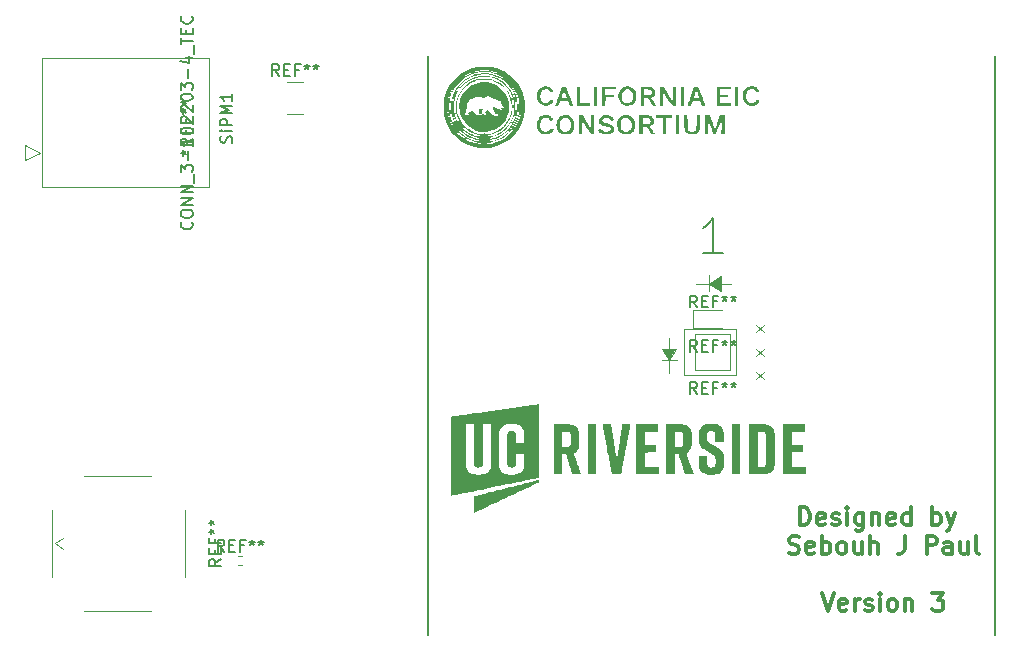
<source format=gbr>
%TF.GenerationSoftware,KiCad,Pcbnew,(6.0.8-1)-1*%
%TF.CreationDate,2022-11-01T09:45:04-04:00*%
%TF.ProjectId,Untitled,556e7469-746c-4656-942e-6b696361645f,rev?*%
%TF.SameCoordinates,Original*%
%TF.FileFunction,Legend,Top*%
%TF.FilePolarity,Positive*%
%FSLAX46Y46*%
G04 Gerber Fmt 4.6, Leading zero omitted, Abs format (unit mm)*
G04 Created by KiCad (PCBNEW (6.0.8-1)-1) date 2022-11-01 09:45:04*
%MOMM*%
%LPD*%
G01*
G04 APERTURE LIST*
%ADD10C,0.150000*%
%ADD11C,0.300000*%
%ADD12C,0.120000*%
G04 APERTURE END LIST*
D10*
X79630000Y-32920000D02*
X79630000Y-81920000D01*
X127640000Y-81920000D02*
X127640000Y-32910000D01*
X63004761Y-40271428D02*
X63052380Y-40128571D01*
X63052380Y-39890476D01*
X63004761Y-39795238D01*
X62957142Y-39747619D01*
X62861904Y-39700000D01*
X62766666Y-39700000D01*
X62671428Y-39747619D01*
X62623809Y-39795238D01*
X62576190Y-39890476D01*
X62528571Y-40080952D01*
X62480952Y-40176190D01*
X62433333Y-40223809D01*
X62338095Y-40271428D01*
X62242857Y-40271428D01*
X62147619Y-40223809D01*
X62100000Y-40176190D01*
X62052380Y-40080952D01*
X62052380Y-39842857D01*
X62100000Y-39700000D01*
X63052380Y-39271428D02*
X62385714Y-39271428D01*
X62052380Y-39271428D02*
X62100000Y-39319047D01*
X62147619Y-39271428D01*
X62100000Y-39223809D01*
X62052380Y-39271428D01*
X62147619Y-39271428D01*
X63052380Y-38795238D02*
X62052380Y-38795238D01*
X62052380Y-38414285D01*
X62100000Y-38319047D01*
X62147619Y-38271428D01*
X62242857Y-38223809D01*
X62385714Y-38223809D01*
X62480952Y-38271428D01*
X62528571Y-38319047D01*
X62576190Y-38414285D01*
X62576190Y-38795238D01*
X63052380Y-37795238D02*
X62052380Y-37795238D01*
X62766666Y-37461904D01*
X62052380Y-37128571D01*
X63052380Y-37128571D01*
X63052380Y-36128571D02*
X63052380Y-36700000D01*
X63052380Y-36414285D02*
X62052380Y-36414285D01*
X62195238Y-36509523D01*
X62290476Y-36604761D01*
X62338095Y-36700000D01*
D11*
X111128571Y-72656071D02*
X111128571Y-71156071D01*
X111485714Y-71156071D01*
X111700000Y-71227500D01*
X111842857Y-71370357D01*
X111914285Y-71513214D01*
X111985714Y-71798928D01*
X111985714Y-72013214D01*
X111914285Y-72298928D01*
X111842857Y-72441785D01*
X111700000Y-72584642D01*
X111485714Y-72656071D01*
X111128571Y-72656071D01*
X113200000Y-72584642D02*
X113057142Y-72656071D01*
X112771428Y-72656071D01*
X112628571Y-72584642D01*
X112557142Y-72441785D01*
X112557142Y-71870357D01*
X112628571Y-71727500D01*
X112771428Y-71656071D01*
X113057142Y-71656071D01*
X113200000Y-71727500D01*
X113271428Y-71870357D01*
X113271428Y-72013214D01*
X112557142Y-72156071D01*
X113842857Y-72584642D02*
X113985714Y-72656071D01*
X114271428Y-72656071D01*
X114414285Y-72584642D01*
X114485714Y-72441785D01*
X114485714Y-72370357D01*
X114414285Y-72227500D01*
X114271428Y-72156071D01*
X114057142Y-72156071D01*
X113914285Y-72084642D01*
X113842857Y-71941785D01*
X113842857Y-71870357D01*
X113914285Y-71727500D01*
X114057142Y-71656071D01*
X114271428Y-71656071D01*
X114414285Y-71727500D01*
X115128571Y-72656071D02*
X115128571Y-71656071D01*
X115128571Y-71156071D02*
X115057142Y-71227500D01*
X115128571Y-71298928D01*
X115200000Y-71227500D01*
X115128571Y-71156071D01*
X115128571Y-71298928D01*
X116485714Y-71656071D02*
X116485714Y-72870357D01*
X116414285Y-73013214D01*
X116342857Y-73084642D01*
X116200000Y-73156071D01*
X115985714Y-73156071D01*
X115842857Y-73084642D01*
X116485714Y-72584642D02*
X116342857Y-72656071D01*
X116057142Y-72656071D01*
X115914285Y-72584642D01*
X115842857Y-72513214D01*
X115771428Y-72370357D01*
X115771428Y-71941785D01*
X115842857Y-71798928D01*
X115914285Y-71727500D01*
X116057142Y-71656071D01*
X116342857Y-71656071D01*
X116485714Y-71727500D01*
X117200000Y-71656071D02*
X117200000Y-72656071D01*
X117200000Y-71798928D02*
X117271428Y-71727500D01*
X117414285Y-71656071D01*
X117628571Y-71656071D01*
X117771428Y-71727500D01*
X117842857Y-71870357D01*
X117842857Y-72656071D01*
X119128571Y-72584642D02*
X118985714Y-72656071D01*
X118700000Y-72656071D01*
X118557142Y-72584642D01*
X118485714Y-72441785D01*
X118485714Y-71870357D01*
X118557142Y-71727500D01*
X118700000Y-71656071D01*
X118985714Y-71656071D01*
X119128571Y-71727500D01*
X119200000Y-71870357D01*
X119200000Y-72013214D01*
X118485714Y-72156071D01*
X120485714Y-72656071D02*
X120485714Y-71156071D01*
X120485714Y-72584642D02*
X120342857Y-72656071D01*
X120057142Y-72656071D01*
X119914285Y-72584642D01*
X119842857Y-72513214D01*
X119771428Y-72370357D01*
X119771428Y-71941785D01*
X119842857Y-71798928D01*
X119914285Y-71727500D01*
X120057142Y-71656071D01*
X120342857Y-71656071D01*
X120485714Y-71727500D01*
X122342857Y-72656071D02*
X122342857Y-71156071D01*
X122342857Y-71727500D02*
X122485714Y-71656071D01*
X122771428Y-71656071D01*
X122914285Y-71727500D01*
X122985714Y-71798928D01*
X123057142Y-71941785D01*
X123057142Y-72370357D01*
X122985714Y-72513214D01*
X122914285Y-72584642D01*
X122771428Y-72656071D01*
X122485714Y-72656071D01*
X122342857Y-72584642D01*
X123557142Y-71656071D02*
X123914285Y-72656071D01*
X124271428Y-71656071D02*
X123914285Y-72656071D01*
X123771428Y-73013214D01*
X123700000Y-73084642D01*
X123557142Y-73156071D01*
X110200000Y-74999642D02*
X110414285Y-75071071D01*
X110771428Y-75071071D01*
X110914285Y-74999642D01*
X110985714Y-74928214D01*
X111057142Y-74785357D01*
X111057142Y-74642500D01*
X110985714Y-74499642D01*
X110914285Y-74428214D01*
X110771428Y-74356785D01*
X110485714Y-74285357D01*
X110342857Y-74213928D01*
X110271428Y-74142500D01*
X110200000Y-73999642D01*
X110200000Y-73856785D01*
X110271428Y-73713928D01*
X110342857Y-73642500D01*
X110485714Y-73571071D01*
X110842857Y-73571071D01*
X111057142Y-73642500D01*
X112271428Y-74999642D02*
X112128571Y-75071071D01*
X111842857Y-75071071D01*
X111700000Y-74999642D01*
X111628571Y-74856785D01*
X111628571Y-74285357D01*
X111700000Y-74142500D01*
X111842857Y-74071071D01*
X112128571Y-74071071D01*
X112271428Y-74142500D01*
X112342857Y-74285357D01*
X112342857Y-74428214D01*
X111628571Y-74571071D01*
X112985714Y-75071071D02*
X112985714Y-73571071D01*
X112985714Y-74142500D02*
X113128571Y-74071071D01*
X113414285Y-74071071D01*
X113557142Y-74142500D01*
X113628571Y-74213928D01*
X113700000Y-74356785D01*
X113700000Y-74785357D01*
X113628571Y-74928214D01*
X113557142Y-74999642D01*
X113414285Y-75071071D01*
X113128571Y-75071071D01*
X112985714Y-74999642D01*
X114557142Y-75071071D02*
X114414285Y-74999642D01*
X114342857Y-74928214D01*
X114271428Y-74785357D01*
X114271428Y-74356785D01*
X114342857Y-74213928D01*
X114414285Y-74142500D01*
X114557142Y-74071071D01*
X114771428Y-74071071D01*
X114914285Y-74142500D01*
X114985714Y-74213928D01*
X115057142Y-74356785D01*
X115057142Y-74785357D01*
X114985714Y-74928214D01*
X114914285Y-74999642D01*
X114771428Y-75071071D01*
X114557142Y-75071071D01*
X116342857Y-74071071D02*
X116342857Y-75071071D01*
X115700000Y-74071071D02*
X115700000Y-74856785D01*
X115771428Y-74999642D01*
X115914285Y-75071071D01*
X116128571Y-75071071D01*
X116271428Y-74999642D01*
X116342857Y-74928214D01*
X117057142Y-75071071D02*
X117057142Y-73571071D01*
X117700000Y-75071071D02*
X117700000Y-74285357D01*
X117628571Y-74142500D01*
X117485714Y-74071071D01*
X117271428Y-74071071D01*
X117128571Y-74142500D01*
X117057142Y-74213928D01*
X119985714Y-73571071D02*
X119985714Y-74642500D01*
X119914285Y-74856785D01*
X119771428Y-74999642D01*
X119557142Y-75071071D01*
X119414285Y-75071071D01*
X121842857Y-75071071D02*
X121842857Y-73571071D01*
X122414285Y-73571071D01*
X122557142Y-73642500D01*
X122628571Y-73713928D01*
X122700000Y-73856785D01*
X122700000Y-74071071D01*
X122628571Y-74213928D01*
X122557142Y-74285357D01*
X122414285Y-74356785D01*
X121842857Y-74356785D01*
X123985714Y-75071071D02*
X123985714Y-74285357D01*
X123914285Y-74142500D01*
X123771428Y-74071071D01*
X123485714Y-74071071D01*
X123342857Y-74142500D01*
X123985714Y-74999642D02*
X123842857Y-75071071D01*
X123485714Y-75071071D01*
X123342857Y-74999642D01*
X123271428Y-74856785D01*
X123271428Y-74713928D01*
X123342857Y-74571071D01*
X123485714Y-74499642D01*
X123842857Y-74499642D01*
X123985714Y-74428214D01*
X125342857Y-74071071D02*
X125342857Y-75071071D01*
X124700000Y-74071071D02*
X124700000Y-74856785D01*
X124771428Y-74999642D01*
X124914285Y-75071071D01*
X125128571Y-75071071D01*
X125271428Y-74999642D01*
X125342857Y-74928214D01*
X126271428Y-75071071D02*
X126128571Y-74999642D01*
X126057142Y-74856785D01*
X126057142Y-73571071D01*
X112985714Y-78401071D02*
X113485714Y-79901071D01*
X113985714Y-78401071D01*
X115057142Y-79829642D02*
X114914285Y-79901071D01*
X114628571Y-79901071D01*
X114485714Y-79829642D01*
X114414285Y-79686785D01*
X114414285Y-79115357D01*
X114485714Y-78972500D01*
X114628571Y-78901071D01*
X114914285Y-78901071D01*
X115057142Y-78972500D01*
X115128571Y-79115357D01*
X115128571Y-79258214D01*
X114414285Y-79401071D01*
X115771428Y-79901071D02*
X115771428Y-78901071D01*
X115771428Y-79186785D02*
X115842857Y-79043928D01*
X115914285Y-78972500D01*
X116057142Y-78901071D01*
X116200000Y-78901071D01*
X116628571Y-79829642D02*
X116771428Y-79901071D01*
X117057142Y-79901071D01*
X117200000Y-79829642D01*
X117271428Y-79686785D01*
X117271428Y-79615357D01*
X117200000Y-79472500D01*
X117057142Y-79401071D01*
X116842857Y-79401071D01*
X116700000Y-79329642D01*
X116628571Y-79186785D01*
X116628571Y-79115357D01*
X116700000Y-78972500D01*
X116842857Y-78901071D01*
X117057142Y-78901071D01*
X117200000Y-78972500D01*
X117914285Y-79901071D02*
X117914285Y-78901071D01*
X117914285Y-78401071D02*
X117842857Y-78472500D01*
X117914285Y-78543928D01*
X117985714Y-78472500D01*
X117914285Y-78401071D01*
X117914285Y-78543928D01*
X118842857Y-79901071D02*
X118700000Y-79829642D01*
X118628571Y-79758214D01*
X118557142Y-79615357D01*
X118557142Y-79186785D01*
X118628571Y-79043928D01*
X118700000Y-78972500D01*
X118842857Y-78901071D01*
X119057142Y-78901071D01*
X119200000Y-78972500D01*
X119271428Y-79043928D01*
X119342857Y-79186785D01*
X119342857Y-79615357D01*
X119271428Y-79758214D01*
X119200000Y-79829642D01*
X119057142Y-79901071D01*
X118842857Y-79901071D01*
X119985714Y-78901071D02*
X119985714Y-79901071D01*
X119985714Y-79043928D02*
X120057142Y-78972500D01*
X120200000Y-78901071D01*
X120414285Y-78901071D01*
X120557142Y-78972500D01*
X120628571Y-79115357D01*
X120628571Y-79901071D01*
X122342857Y-78401071D02*
X123271428Y-78401071D01*
X122771428Y-78972500D01*
X122985714Y-78972500D01*
X123128571Y-79043928D01*
X123200000Y-79115357D01*
X123271428Y-79258214D01*
X123271428Y-79615357D01*
X123200000Y-79758214D01*
X123128571Y-79829642D01*
X122985714Y-79901071D01*
X122557142Y-79901071D01*
X122414285Y-79829642D01*
X122342857Y-79758214D01*
D10*
X104597142Y-49647142D02*
X102882857Y-49647142D01*
X103740000Y-49647142D02*
X103740000Y-46647142D01*
X103454285Y-47075714D01*
X103168571Y-47361428D01*
X102882857Y-47504285D01*
%TO.C,REF\u002A\u002A*%
X102406666Y-54222380D02*
X102073333Y-53746190D01*
X101835238Y-54222380D02*
X101835238Y-53222380D01*
X102216190Y-53222380D01*
X102311428Y-53270000D01*
X102359047Y-53317619D01*
X102406666Y-53412857D01*
X102406666Y-53555714D01*
X102359047Y-53650952D01*
X102311428Y-53698571D01*
X102216190Y-53746190D01*
X101835238Y-53746190D01*
X102835238Y-53698571D02*
X103168571Y-53698571D01*
X103311428Y-54222380D02*
X102835238Y-54222380D01*
X102835238Y-53222380D01*
X103311428Y-53222380D01*
X104073333Y-53698571D02*
X103740000Y-53698571D01*
X103740000Y-54222380D02*
X103740000Y-53222380D01*
X104216190Y-53222380D01*
X104740000Y-53222380D02*
X104740000Y-53460476D01*
X104501904Y-53365238D02*
X104740000Y-53460476D01*
X104978095Y-53365238D01*
X104597142Y-53650952D02*
X104740000Y-53460476D01*
X104882857Y-53650952D01*
X105501904Y-53222380D02*
X105501904Y-53460476D01*
X105263809Y-53365238D02*
X105501904Y-53460476D01*
X105740000Y-53365238D01*
X105359047Y-53650952D02*
X105501904Y-53460476D01*
X105644761Y-53650952D01*
%TO.C,*%
%TO.C,REF\u002A\u002A*%
X102406666Y-61552380D02*
X102073333Y-61076190D01*
X101835238Y-61552380D02*
X101835238Y-60552380D01*
X102216190Y-60552380D01*
X102311428Y-60600000D01*
X102359047Y-60647619D01*
X102406666Y-60742857D01*
X102406666Y-60885714D01*
X102359047Y-60980952D01*
X102311428Y-61028571D01*
X102216190Y-61076190D01*
X101835238Y-61076190D01*
X102835238Y-61028571D02*
X103168571Y-61028571D01*
X103311428Y-61552380D02*
X102835238Y-61552380D01*
X102835238Y-60552380D01*
X103311428Y-60552380D01*
X104073333Y-61028571D02*
X103740000Y-61028571D01*
X103740000Y-61552380D02*
X103740000Y-60552380D01*
X104216190Y-60552380D01*
X104740000Y-60552380D02*
X104740000Y-60790476D01*
X104501904Y-60695238D02*
X104740000Y-60790476D01*
X104978095Y-60695238D01*
X104597142Y-60980952D02*
X104740000Y-60790476D01*
X104882857Y-60980952D01*
X105501904Y-60552380D02*
X105501904Y-60790476D01*
X105263809Y-60695238D02*
X105501904Y-60790476D01*
X105740000Y-60695238D01*
X105359047Y-60980952D02*
X105501904Y-60790476D01*
X105644761Y-60980952D01*
X67026666Y-34612380D02*
X66693333Y-34136190D01*
X66455238Y-34612380D02*
X66455238Y-33612380D01*
X66836190Y-33612380D01*
X66931428Y-33660000D01*
X66979047Y-33707619D01*
X67026666Y-33802857D01*
X67026666Y-33945714D01*
X66979047Y-34040952D01*
X66931428Y-34088571D01*
X66836190Y-34136190D01*
X66455238Y-34136190D01*
X67455238Y-34088571D02*
X67788571Y-34088571D01*
X67931428Y-34612380D02*
X67455238Y-34612380D01*
X67455238Y-33612380D01*
X67931428Y-33612380D01*
X68693333Y-34088571D02*
X68360000Y-34088571D01*
X68360000Y-34612380D02*
X68360000Y-33612380D01*
X68836190Y-33612380D01*
X69360000Y-33612380D02*
X69360000Y-33850476D01*
X69121904Y-33755238D02*
X69360000Y-33850476D01*
X69598095Y-33755238D01*
X69217142Y-34040952D02*
X69360000Y-33850476D01*
X69502857Y-34040952D01*
X70121904Y-33612380D02*
X70121904Y-33850476D01*
X69883809Y-33755238D02*
X70121904Y-33850476D01*
X70360000Y-33755238D01*
X69979047Y-34040952D02*
X70121904Y-33850476D01*
X70264761Y-34040952D01*
X62389166Y-74894880D02*
X62055833Y-74418690D01*
X61817738Y-74894880D02*
X61817738Y-73894880D01*
X62198690Y-73894880D01*
X62293928Y-73942500D01*
X62341547Y-73990119D01*
X62389166Y-74085357D01*
X62389166Y-74228214D01*
X62341547Y-74323452D01*
X62293928Y-74371071D01*
X62198690Y-74418690D01*
X61817738Y-74418690D01*
X62817738Y-74371071D02*
X63151071Y-74371071D01*
X63293928Y-74894880D02*
X62817738Y-74894880D01*
X62817738Y-73894880D01*
X63293928Y-73894880D01*
X64055833Y-74371071D02*
X63722500Y-74371071D01*
X63722500Y-74894880D02*
X63722500Y-73894880D01*
X64198690Y-73894880D01*
X64722500Y-73894880D02*
X64722500Y-74132976D01*
X64484404Y-74037738D02*
X64722500Y-74132976D01*
X64960595Y-74037738D01*
X64579642Y-74323452D02*
X64722500Y-74132976D01*
X64865357Y-74323452D01*
X65484404Y-73894880D02*
X65484404Y-74132976D01*
X65246309Y-74037738D02*
X65484404Y-74132976D01*
X65722500Y-74037738D01*
X65341547Y-74323452D02*
X65484404Y-74132976D01*
X65627261Y-74323452D01*
X59702480Y-39920833D02*
X59226290Y-40254166D01*
X59702480Y-40492261D02*
X58702480Y-40492261D01*
X58702480Y-40111309D01*
X58750100Y-40016071D01*
X58797719Y-39968452D01*
X58892957Y-39920833D01*
X59035814Y-39920833D01*
X59131052Y-39968452D01*
X59178671Y-40016071D01*
X59226290Y-40111309D01*
X59226290Y-40492261D01*
X59178671Y-39492261D02*
X59178671Y-39158928D01*
X59702480Y-39016071D02*
X59702480Y-39492261D01*
X58702480Y-39492261D01*
X58702480Y-39016071D01*
X59178671Y-38254166D02*
X59178671Y-38587500D01*
X59702480Y-38587500D02*
X58702480Y-38587500D01*
X58702480Y-38111309D01*
X58702480Y-37587500D02*
X58940576Y-37587500D01*
X58845338Y-37825595D02*
X58940576Y-37587500D01*
X58845338Y-37349404D01*
X59131052Y-37730357D02*
X58940576Y-37587500D01*
X59131052Y-37444642D01*
X58702480Y-36825595D02*
X58940576Y-36825595D01*
X58845338Y-37063690D02*
X58940576Y-36825595D01*
X58845338Y-36587500D01*
X59131052Y-36968452D02*
X58940576Y-36825595D01*
X59131052Y-36682738D01*
X59607242Y-46992261D02*
X59654861Y-47039880D01*
X59702480Y-47182738D01*
X59702480Y-47277976D01*
X59654861Y-47420833D01*
X59559623Y-47516071D01*
X59464385Y-47563690D01*
X59273909Y-47611309D01*
X59131052Y-47611309D01*
X58940576Y-47563690D01*
X58845338Y-47516071D01*
X58750100Y-47420833D01*
X58702480Y-47277976D01*
X58702480Y-47182738D01*
X58750100Y-47039880D01*
X58797719Y-46992261D01*
X58702480Y-46373214D02*
X58702480Y-46182738D01*
X58750100Y-46087500D01*
X58845338Y-45992261D01*
X59035814Y-45944642D01*
X59369147Y-45944642D01*
X59559623Y-45992261D01*
X59654861Y-46087500D01*
X59702480Y-46182738D01*
X59702480Y-46373214D01*
X59654861Y-46468452D01*
X59559623Y-46563690D01*
X59369147Y-46611309D01*
X59035814Y-46611309D01*
X58845338Y-46563690D01*
X58750100Y-46468452D01*
X58702480Y-46373214D01*
X59702480Y-45516071D02*
X58702480Y-45516071D01*
X59702480Y-44944642D01*
X58702480Y-44944642D01*
X59702480Y-44468452D02*
X58702480Y-44468452D01*
X59702480Y-43897023D01*
X58702480Y-43897023D01*
X59797719Y-43658928D02*
X59797719Y-42897023D01*
X58702480Y-42754166D02*
X58702480Y-42135119D01*
X59083433Y-42468452D01*
X59083433Y-42325595D01*
X59131052Y-42230357D01*
X59178671Y-42182738D01*
X59273909Y-42135119D01*
X59512004Y-42135119D01*
X59607242Y-42182738D01*
X59654861Y-42230357D01*
X59702480Y-42325595D01*
X59702480Y-42611309D01*
X59654861Y-42706547D01*
X59607242Y-42754166D01*
X59321528Y-41706547D02*
X59321528Y-40944642D01*
X59702480Y-39944642D02*
X59702480Y-40516071D01*
X59702480Y-40230357D02*
X58702480Y-40230357D01*
X58845338Y-40325595D01*
X58940576Y-40420833D01*
X58988195Y-40516071D01*
X58702480Y-39325595D02*
X58702480Y-39230357D01*
X58750100Y-39135119D01*
X58797719Y-39087500D01*
X58892957Y-39039880D01*
X59083433Y-38992261D01*
X59321528Y-38992261D01*
X59512004Y-39039880D01*
X59607242Y-39087500D01*
X59654861Y-39135119D01*
X59702480Y-39230357D01*
X59702480Y-39325595D01*
X59654861Y-39420833D01*
X59607242Y-39468452D01*
X59512004Y-39516071D01*
X59321528Y-39563690D01*
X59083433Y-39563690D01*
X58892957Y-39516071D01*
X58797719Y-39468452D01*
X58750100Y-39420833D01*
X58702480Y-39325595D01*
X58797719Y-38611309D02*
X58750100Y-38563690D01*
X58702480Y-38468452D01*
X58702480Y-38230357D01*
X58750100Y-38135119D01*
X58797719Y-38087500D01*
X58892957Y-38039880D01*
X58988195Y-38039880D01*
X59131052Y-38087500D01*
X59702480Y-38658928D01*
X59702480Y-38039880D01*
X58797719Y-37658928D02*
X58750100Y-37611309D01*
X58702480Y-37516071D01*
X58702480Y-37277976D01*
X58750100Y-37182738D01*
X58797719Y-37135119D01*
X58892957Y-37087500D01*
X58988195Y-37087500D01*
X59131052Y-37135119D01*
X59702480Y-37706547D01*
X59702480Y-37087500D01*
X58702480Y-36468452D02*
X58702480Y-36373214D01*
X58750100Y-36277976D01*
X58797719Y-36230357D01*
X58892957Y-36182738D01*
X59083433Y-36135119D01*
X59321528Y-36135119D01*
X59512004Y-36182738D01*
X59607242Y-36230357D01*
X59654861Y-36277976D01*
X59702480Y-36373214D01*
X59702480Y-36468452D01*
X59654861Y-36563690D01*
X59607242Y-36611309D01*
X59512004Y-36658928D01*
X59321528Y-36706547D01*
X59083433Y-36706547D01*
X58892957Y-36658928D01*
X58797719Y-36611309D01*
X58750100Y-36563690D01*
X58702480Y-36468452D01*
X58702480Y-35801785D02*
X58702480Y-35182738D01*
X59083433Y-35516071D01*
X59083433Y-35373214D01*
X59131052Y-35277976D01*
X59178671Y-35230357D01*
X59273909Y-35182738D01*
X59512004Y-35182738D01*
X59607242Y-35230357D01*
X59654861Y-35277976D01*
X59702480Y-35373214D01*
X59702480Y-35658928D01*
X59654861Y-35754166D01*
X59607242Y-35801785D01*
X59321528Y-34754166D02*
X59321528Y-33992261D01*
X59035814Y-33087500D02*
X59702480Y-33087500D01*
X58654861Y-33325595D02*
X59369147Y-33563690D01*
X59369147Y-32944642D01*
X59797719Y-32801785D02*
X59797719Y-32039880D01*
X58702480Y-31944642D02*
X58702480Y-31373214D01*
X59702480Y-31658928D02*
X58702480Y-31658928D01*
X59178671Y-31039880D02*
X59178671Y-30706547D01*
X59702480Y-30563690D02*
X59702480Y-31039880D01*
X58702480Y-31039880D01*
X58702480Y-30563690D01*
X59607242Y-29563690D02*
X59654861Y-29611309D01*
X59702480Y-29754166D01*
X59702480Y-29849404D01*
X59654861Y-29992261D01*
X59559623Y-30087500D01*
X59464385Y-30135119D01*
X59273909Y-30182738D01*
X59131052Y-30182738D01*
X58940576Y-30135119D01*
X58845338Y-30087500D01*
X58750100Y-29992261D01*
X58702480Y-29849404D01*
X58702480Y-29754166D01*
X58750100Y-29611309D01*
X58797719Y-29563690D01*
X58702480Y-41127500D02*
X58940576Y-41127500D01*
X58845338Y-41365595D02*
X58940576Y-41127500D01*
X58845338Y-40889404D01*
X59131052Y-41270357D02*
X58940576Y-41127500D01*
X59131052Y-40984642D01*
X62087380Y-75533333D02*
X61611190Y-75866666D01*
X62087380Y-76104761D02*
X61087380Y-76104761D01*
X61087380Y-75723809D01*
X61135000Y-75628571D01*
X61182619Y-75580952D01*
X61277857Y-75533333D01*
X61420714Y-75533333D01*
X61515952Y-75580952D01*
X61563571Y-75628571D01*
X61611190Y-75723809D01*
X61611190Y-76104761D01*
X61563571Y-75104761D02*
X61563571Y-74771428D01*
X62087380Y-74628571D02*
X62087380Y-75104761D01*
X61087380Y-75104761D01*
X61087380Y-74628571D01*
X61563571Y-73866666D02*
X61563571Y-74200000D01*
X62087380Y-74200000D02*
X61087380Y-74200000D01*
X61087380Y-73723809D01*
X61087380Y-73200000D02*
X61325476Y-73200000D01*
X61230238Y-73438095D02*
X61325476Y-73200000D01*
X61230238Y-72961904D01*
X61515952Y-73342857D02*
X61325476Y-73200000D01*
X61515952Y-73057142D01*
X61087380Y-72438095D02*
X61325476Y-72438095D01*
X61230238Y-72676190D02*
X61325476Y-72438095D01*
X61230238Y-72200000D01*
X61515952Y-72580952D02*
X61325476Y-72438095D01*
X61515952Y-72295238D01*
%TO.C,*%
%TO.C,REF\u002A\u002A*%
X102406666Y-57962380D02*
X102073333Y-57486190D01*
X101835238Y-57962380D02*
X101835238Y-56962380D01*
X102216190Y-56962380D01*
X102311428Y-57010000D01*
X102359047Y-57057619D01*
X102406666Y-57152857D01*
X102406666Y-57295714D01*
X102359047Y-57390952D01*
X102311428Y-57438571D01*
X102216190Y-57486190D01*
X101835238Y-57486190D01*
X102835238Y-57438571D02*
X103168571Y-57438571D01*
X103311428Y-57962380D02*
X102835238Y-57962380D01*
X102835238Y-56962380D01*
X103311428Y-56962380D01*
X104073333Y-57438571D02*
X103740000Y-57438571D01*
X103740000Y-57962380D02*
X103740000Y-56962380D01*
X104216190Y-56962380D01*
X104740000Y-56962380D02*
X104740000Y-57200476D01*
X104501904Y-57105238D02*
X104740000Y-57200476D01*
X104978095Y-57105238D01*
X104597142Y-57390952D02*
X104740000Y-57200476D01*
X104882857Y-57390952D01*
X105501904Y-56962380D02*
X105501904Y-57200476D01*
X105263809Y-57105238D02*
X105501904Y-57200476D01*
X105740000Y-57105238D01*
X105359047Y-57390952D02*
X105501904Y-57200476D01*
X105644761Y-57390952D01*
%TO.C,G\u002A\u002A\u002A*%
G36*
X90854198Y-64093662D02*
G01*
X90994480Y-64094124D01*
X91130735Y-64095381D01*
X91258291Y-64097329D01*
X91372474Y-64099867D01*
X91468611Y-64102893D01*
X91542029Y-64106306D01*
X91584764Y-64109616D01*
X91775105Y-64142352D01*
X91941786Y-64195460D01*
X92084591Y-64268775D01*
X92203302Y-64362131D01*
X92297702Y-64475364D01*
X92367574Y-64608307D01*
X92406867Y-64733863D01*
X92413557Y-64767257D01*
X92418865Y-64805845D01*
X92422892Y-64853144D01*
X92425737Y-64912669D01*
X92427501Y-64987935D01*
X92428284Y-65082459D01*
X92428184Y-65199755D01*
X92427304Y-65343339D01*
X92426591Y-65427260D01*
X92425163Y-65578968D01*
X92423756Y-65702582D01*
X92422150Y-65801600D01*
X92420124Y-65879520D01*
X92417459Y-65939839D01*
X92413936Y-65986054D01*
X92409334Y-66021664D01*
X92403434Y-66050166D01*
X92396016Y-66075057D01*
X92386860Y-66099835D01*
X92383837Y-66107525D01*
X92317235Y-66244877D01*
X92233716Y-66358586D01*
X92128719Y-66454086D01*
X92046798Y-66508967D01*
X92010703Y-66533391D01*
X91989719Y-66552962D01*
X91987563Y-66557809D01*
X91992482Y-66574813D01*
X92006644Y-66619051D01*
X92029154Y-66687835D01*
X92059121Y-66778479D01*
X92095649Y-66888294D01*
X92137846Y-67014593D01*
X92184817Y-67154689D01*
X92235670Y-67305894D01*
X92279789Y-67436732D01*
X92333208Y-67595310D01*
X92383475Y-67745199D01*
X92429694Y-67883683D01*
X92470969Y-68008047D01*
X92506406Y-68115574D01*
X92535107Y-68203548D01*
X92556177Y-68269253D01*
X92568720Y-68309973D01*
X92572015Y-68322797D01*
X92565997Y-68329562D01*
X92545769Y-68334537D01*
X92508074Y-68337868D01*
X92449653Y-68339704D01*
X92367247Y-68340193D01*
X92257598Y-68339482D01*
X92214892Y-68339010D01*
X91857769Y-68334764D01*
X91645944Y-67671331D01*
X91599243Y-67525000D01*
X91553459Y-67381426D01*
X91509935Y-67244825D01*
X91470013Y-67119416D01*
X91435035Y-67009415D01*
X91406344Y-66919039D01*
X91385280Y-66852505D01*
X91378247Y-66830193D01*
X91322374Y-66652488D01*
X90976617Y-66652488D01*
X90976617Y-68342662D01*
X90265796Y-68342662D01*
X90265796Y-66036443D01*
X90976617Y-66036443D01*
X91209609Y-66036355D01*
X91297522Y-66035222D01*
X91378919Y-66032171D01*
X91446285Y-66027624D01*
X91492104Y-66022006D01*
X91501344Y-66019952D01*
X91580529Y-65982657D01*
X91647684Y-65921563D01*
X91689339Y-65855442D01*
X91698283Y-65832824D01*
X91705198Y-65806417D01*
X91710340Y-65772065D01*
X91713962Y-65725617D01*
X91716317Y-65662919D01*
X91717659Y-65579817D01*
X91718243Y-65472157D01*
X91718336Y-65380908D01*
X91717945Y-65242268D01*
X91716282Y-65131279D01*
X91712614Y-65044008D01*
X91706208Y-64976517D01*
X91696333Y-64924873D01*
X91682254Y-64885140D01*
X91663238Y-64853383D01*
X91638554Y-64825666D01*
X91610215Y-64800358D01*
X91573022Y-64773351D01*
X91531342Y-64753496D01*
X91479789Y-64739787D01*
X91412976Y-64731216D01*
X91325515Y-64726778D01*
X91212020Y-64725463D01*
X91209609Y-64725462D01*
X90976617Y-64725373D01*
X90976617Y-66036443D01*
X90265796Y-66036443D01*
X90265796Y-64093533D01*
X90854198Y-64093662D01*
G37*
G36*
X106061816Y-68342662D02*
G01*
X105350995Y-68342662D01*
X105350995Y-64093533D01*
X106061816Y-64093533D01*
X106061816Y-68342662D01*
G37*
G36*
X89029827Y-68835291D02*
G01*
X89033212Y-68869397D01*
X89033707Y-68909322D01*
X89030339Y-68969774D01*
X89020944Y-69007781D01*
X89013962Y-69016794D01*
X88996814Y-69025400D01*
X88952926Y-69046599D01*
X88883988Y-69079593D01*
X88791692Y-69123581D01*
X88677729Y-69177767D01*
X88543790Y-69241351D01*
X88391566Y-69313536D01*
X88222750Y-69393522D01*
X88039031Y-69480512D01*
X87842102Y-69573707D01*
X87633654Y-69672308D01*
X87415378Y-69775518D01*
X87188965Y-69882538D01*
X86956107Y-69992569D01*
X86718494Y-70104812D01*
X86477819Y-70218471D01*
X86235773Y-70332745D01*
X85994046Y-70446837D01*
X85754331Y-70559949D01*
X85518317Y-70671281D01*
X85287698Y-70780036D01*
X85064164Y-70885414D01*
X84849406Y-70986619D01*
X84645115Y-71082850D01*
X84452984Y-71173311D01*
X84274703Y-71257202D01*
X84111963Y-71333724D01*
X83966456Y-71402081D01*
X83839873Y-71461472D01*
X83733906Y-71511100D01*
X83650245Y-71550166D01*
X83590582Y-71577873D01*
X83556609Y-71593420D01*
X83549023Y-71596642D01*
X83546452Y-71581378D01*
X83544062Y-71537715D01*
X83541910Y-71468845D01*
X83540054Y-71377961D01*
X83538550Y-71268256D01*
X83537455Y-71142921D01*
X83536825Y-71005150D01*
X83536692Y-70903538D01*
X83536692Y-70210433D01*
X83643315Y-70183840D01*
X83682818Y-70173922D01*
X83749587Y-70157076D01*
X83841721Y-70133785D01*
X83957320Y-70104531D01*
X84094483Y-70069798D01*
X84251308Y-70030066D01*
X84425894Y-69985820D01*
X84616341Y-69937542D01*
X84820748Y-69885713D01*
X85037213Y-69830816D01*
X85263836Y-69773335D01*
X85498716Y-69713750D01*
X85739951Y-69652546D01*
X85985641Y-69590204D01*
X86233884Y-69527207D01*
X86482781Y-69464037D01*
X86730429Y-69401176D01*
X86974928Y-69339108D01*
X87214377Y-69278315D01*
X87446875Y-69219279D01*
X87670520Y-69162482D01*
X87883413Y-69108408D01*
X88083651Y-69057538D01*
X88269335Y-69010355D01*
X88438563Y-68967342D01*
X88589433Y-68928981D01*
X88720046Y-68895755D01*
X88828500Y-68868145D01*
X88912893Y-68846635D01*
X88971326Y-68831707D01*
X89001897Y-68823844D01*
X89006064Y-68822737D01*
X89021456Y-68821864D01*
X89029827Y-68835291D01*
G37*
G36*
X111574627Y-64725373D02*
G01*
X110421518Y-64725373D01*
X110421518Y-65878483D01*
X111385075Y-65878483D01*
X111385075Y-66494528D01*
X110421518Y-66494528D01*
X110421518Y-67710821D01*
X111590423Y-67710821D01*
X111590423Y-68342662D01*
X109710697Y-68342662D01*
X109710697Y-64093533D01*
X111574627Y-64093533D01*
X111574627Y-64725373D01*
G37*
G36*
X96554808Y-64094007D02*
G01*
X96644953Y-64095534D01*
X96709057Y-64098271D01*
X96749890Y-64102372D01*
X96770222Y-64107994D01*
X96773757Y-64112569D01*
X96770880Y-64130118D01*
X96762476Y-64176899D01*
X96748883Y-64251101D01*
X96730439Y-64350914D01*
X96707483Y-64474526D01*
X96680353Y-64620128D01*
X96649388Y-64785907D01*
X96614925Y-64970053D01*
X96577304Y-65170756D01*
X96536863Y-65386205D01*
X96493939Y-65614589D01*
X96448873Y-65854096D01*
X96402001Y-66102918D01*
X96378856Y-66225681D01*
X96331253Y-66478194D01*
X96285290Y-66722168D01*
X96241306Y-66955800D01*
X96199639Y-67177289D01*
X96160626Y-67384832D01*
X96124605Y-67576628D01*
X96091915Y-67750873D01*
X96062894Y-67905766D01*
X96037879Y-68039505D01*
X96017209Y-68150288D01*
X96001221Y-68236311D01*
X95990254Y-68295774D01*
X95984645Y-68326874D01*
X95983956Y-68331210D01*
X95968865Y-68334340D01*
X95926412Y-68337144D01*
X95860827Y-68339500D01*
X95776339Y-68341283D01*
X95677177Y-68342373D01*
X95589055Y-68342662D01*
X95481112Y-68342223D01*
X95384419Y-68340988D01*
X95303205Y-68339080D01*
X95241700Y-68336622D01*
X95204132Y-68333738D01*
X95194155Y-68331174D01*
X95191281Y-68314547D01*
X95182884Y-68268679D01*
X95169302Y-68195371D01*
X95150874Y-68096426D01*
X95127937Y-67973645D01*
X95100829Y-67828832D01*
X95069888Y-67663788D01*
X95035451Y-67480314D01*
X94997858Y-67280214D01*
X94957446Y-67065289D01*
X94914552Y-66837342D01*
X94869515Y-66598174D01*
X94822673Y-66349588D01*
X94799254Y-66225367D01*
X94751635Y-65972687D01*
X94705658Y-65728446D01*
X94661661Y-65494457D01*
X94619983Y-65272528D01*
X94580961Y-65064472D01*
X94544934Y-64872099D01*
X94512241Y-64697220D01*
X94483220Y-64541644D01*
X94458208Y-64407184D01*
X94437545Y-64295649D01*
X94421569Y-64208851D01*
X94410619Y-64148599D01*
X94405031Y-64116705D01*
X94404354Y-64111994D01*
X94412236Y-64105596D01*
X94437764Y-64100932D01*
X94483764Y-64097888D01*
X94553057Y-64096346D01*
X94648470Y-64096189D01*
X94763211Y-64097185D01*
X95122069Y-64101431D01*
X95360345Y-65629213D01*
X95394046Y-65844887D01*
X95426478Y-66051644D01*
X95457301Y-66247358D01*
X95486174Y-66429902D01*
X95512757Y-66597151D01*
X95536709Y-66746978D01*
X95557690Y-66877256D01*
X95575360Y-66985859D01*
X95589377Y-67070661D01*
X95599402Y-67129535D01*
X95605094Y-67160356D01*
X95606196Y-67164571D01*
X95609642Y-67150407D01*
X95617560Y-67107136D01*
X95629611Y-67036872D01*
X95645451Y-66941731D01*
X95664741Y-66823828D01*
X95687139Y-66685279D01*
X95712304Y-66528199D01*
X95739894Y-66354703D01*
X95769568Y-66166906D01*
X95800985Y-65966924D01*
X95833803Y-65756872D01*
X95847577Y-65668380D01*
X95880981Y-65453718D01*
X95913128Y-65247485D01*
X95943673Y-65051878D01*
X95972269Y-64869093D01*
X95998573Y-64701328D01*
X96022237Y-64550780D01*
X96042917Y-64419645D01*
X96060267Y-64310119D01*
X96073942Y-64224400D01*
X96083595Y-64164684D01*
X96088883Y-64133169D01*
X96089668Y-64129074D01*
X96093079Y-64117356D01*
X96099800Y-64108547D01*
X96113871Y-64102231D01*
X96139333Y-64097993D01*
X96180227Y-64095419D01*
X96240593Y-64094095D01*
X96324471Y-64093604D01*
X96435855Y-64093533D01*
X96554808Y-64094007D01*
G37*
G36*
X107416325Y-64093662D02*
G01*
X107617952Y-64094365D01*
X107791286Y-64096635D01*
X107939604Y-64100859D01*
X108066185Y-64107424D01*
X108174305Y-64116719D01*
X108267241Y-64129129D01*
X108348272Y-64145043D01*
X108420674Y-64164847D01*
X108487724Y-64188929D01*
X108552701Y-64217675D01*
X108580031Y-64231167D01*
X108663108Y-64284399D01*
X108747649Y-64357514D01*
X108823878Y-64440872D01*
X108882021Y-64524830D01*
X108887039Y-64533963D01*
X108903180Y-64564298D01*
X108917414Y-64592403D01*
X108929863Y-64620365D01*
X108940644Y-64650273D01*
X108949878Y-64684216D01*
X108957685Y-64724281D01*
X108964185Y-64772557D01*
X108969497Y-64831132D01*
X108973741Y-64902095D01*
X108977036Y-64987533D01*
X108979503Y-65089535D01*
X108981262Y-65210190D01*
X108982431Y-65351585D01*
X108983131Y-65515809D01*
X108983482Y-65704950D01*
X108983603Y-65921096D01*
X108983614Y-66166336D01*
X108983613Y-66218097D01*
X108983612Y-66469265D01*
X108983528Y-66690932D01*
X108983238Y-66885190D01*
X108982621Y-67054131D01*
X108981553Y-67199846D01*
X108979914Y-67324427D01*
X108977581Y-67429966D01*
X108974432Y-67518554D01*
X108970345Y-67592283D01*
X108965197Y-67653244D01*
X108958866Y-67703529D01*
X108951231Y-67745229D01*
X108942169Y-67780437D01*
X108931558Y-67811243D01*
X108919276Y-67839740D01*
X108905201Y-67868019D01*
X108889210Y-67898171D01*
X108885055Y-67905954D01*
X108803212Y-68026242D01*
X108695892Y-68128406D01*
X108563871Y-68211893D01*
X108407925Y-68276150D01*
X108334665Y-68297483D01*
X108300750Y-68305857D01*
X108267252Y-68312811D01*
X108230811Y-68318515D01*
X108188071Y-68323137D01*
X108135674Y-68326847D01*
X108070262Y-68329814D01*
X107988476Y-68332206D01*
X107886959Y-68334194D01*
X107762353Y-68335945D01*
X107611300Y-68337630D01*
X107518999Y-68338557D01*
X106835821Y-68345270D01*
X106835821Y-67710821D01*
X107546642Y-67710821D01*
X107771735Y-67710733D01*
X107858338Y-67709560D01*
X107938515Y-67706405D01*
X108004541Y-67701716D01*
X108048692Y-67695938D01*
X108055573Y-67694330D01*
X108134758Y-67657035D01*
X108201913Y-67595941D01*
X108243568Y-67529820D01*
X108248878Y-67516772D01*
X108253499Y-67501158D01*
X108257479Y-67480823D01*
X108260865Y-67453611D01*
X108263705Y-67417368D01*
X108266047Y-67369940D01*
X108267939Y-67309170D01*
X108269427Y-67232905D01*
X108270560Y-67138989D01*
X108271385Y-67025268D01*
X108271949Y-66889586D01*
X108272302Y-66729788D01*
X108272489Y-66543721D01*
X108272559Y-66329228D01*
X108272565Y-66218097D01*
X108272534Y-65989514D01*
X108272407Y-65790368D01*
X108272138Y-65618504D01*
X108271679Y-65471768D01*
X108270982Y-65348003D01*
X108270000Y-65245056D01*
X108268685Y-65160772D01*
X108266989Y-65092995D01*
X108264864Y-65039571D01*
X108262264Y-64998345D01*
X108259140Y-64967161D01*
X108255445Y-64943865D01*
X108251131Y-64926303D01*
X108246150Y-64912318D01*
X108243568Y-64906374D01*
X108193826Y-64830848D01*
X108124529Y-64772536D01*
X108055573Y-64741865D01*
X108018299Y-64735879D01*
X107957162Y-64730867D01*
X107879888Y-64727275D01*
X107794201Y-64725549D01*
X107771735Y-64725462D01*
X107546642Y-64725373D01*
X107546642Y-67710821D01*
X106835821Y-67710821D01*
X106835821Y-64093533D01*
X107416325Y-64093662D01*
G37*
G36*
X93883085Y-68342662D02*
G01*
X93172264Y-68342662D01*
X93172264Y-64093533D01*
X93883085Y-64093533D01*
X93883085Y-68342662D01*
G37*
G36*
X98207245Y-64097355D02*
G01*
X99135262Y-64101431D01*
X99139545Y-64413402D01*
X99143827Y-64725373D01*
X97974254Y-64725373D01*
X97974254Y-65878483D01*
X98953607Y-65878483D01*
X98953607Y-66494071D01*
X98467880Y-66498248D01*
X97982152Y-66502426D01*
X97978015Y-67106623D01*
X97973879Y-67710821D01*
X99158956Y-67710821D01*
X99158956Y-68342662D01*
X97279229Y-68342662D01*
X97279229Y-64093280D01*
X98207245Y-64097355D01*
G37*
G36*
X81653017Y-63455255D02*
G01*
X81673223Y-63452064D01*
X81722880Y-63444681D01*
X81800313Y-63433343D01*
X81903849Y-63418291D01*
X82031815Y-63399763D01*
X82182536Y-63377999D01*
X82354338Y-63353238D01*
X82545549Y-63325719D01*
X82754494Y-63295682D01*
X82979500Y-63263366D01*
X83218893Y-63229009D01*
X83470998Y-63192852D01*
X83734144Y-63155134D01*
X84006655Y-63116094D01*
X84286857Y-63075970D01*
X84573078Y-63035003D01*
X84863644Y-62993432D01*
X85156880Y-62951495D01*
X85451114Y-62909432D01*
X85744671Y-62867483D01*
X86035877Y-62825887D01*
X86323059Y-62784882D01*
X86604544Y-62744709D01*
X86878657Y-62705606D01*
X87143725Y-62667812D01*
X87398073Y-62631568D01*
X87640029Y-62597111D01*
X87867919Y-62564682D01*
X88080068Y-62534520D01*
X88274804Y-62506864D01*
X88450451Y-62481953D01*
X88605338Y-62460026D01*
X88737789Y-62441323D01*
X88846132Y-62426083D01*
X88928692Y-62414545D01*
X88983796Y-62406949D01*
X89009770Y-62403533D01*
X89011594Y-62403359D01*
X89014249Y-62406828D01*
X89016690Y-62418052D01*
X89018924Y-62438256D01*
X89020960Y-62468662D01*
X89022807Y-62510496D01*
X89024473Y-62564981D01*
X89025967Y-62633341D01*
X89027298Y-62716800D01*
X89028475Y-62816582D01*
X89029506Y-62933912D01*
X89030400Y-63070013D01*
X89031165Y-63226110D01*
X89031810Y-63403426D01*
X89032344Y-63603185D01*
X89032776Y-63826612D01*
X89033114Y-64074930D01*
X89033367Y-64349364D01*
X89033543Y-64651138D01*
X89033652Y-64981475D01*
X89033702Y-65341601D01*
X89033707Y-65523072D01*
X89033660Y-65834556D01*
X89033522Y-66137515D01*
X89033298Y-66430444D01*
X89032992Y-66711838D01*
X89032609Y-66980192D01*
X89032153Y-67234001D01*
X89031629Y-67471761D01*
X89031041Y-67691967D01*
X89030394Y-67893115D01*
X89029693Y-68073698D01*
X89028941Y-68232213D01*
X89028145Y-68367154D01*
X89027307Y-68477017D01*
X89026433Y-68560297D01*
X89025527Y-68615489D01*
X89024594Y-68641089D01*
X89024283Y-68642786D01*
X89008159Y-68645934D01*
X88962466Y-68655188D01*
X88888572Y-68670268D01*
X88787846Y-68690892D01*
X88661657Y-68716777D01*
X88511376Y-68747641D01*
X88338371Y-68783204D01*
X88144011Y-68823183D01*
X87929665Y-68867296D01*
X87696703Y-68915261D01*
X87446494Y-68966797D01*
X87180408Y-69021622D01*
X86899812Y-69079454D01*
X86606077Y-69140011D01*
X86300572Y-69203011D01*
X85984667Y-69268172D01*
X85659729Y-69335214D01*
X85450433Y-69378404D01*
X85118619Y-69446883D01*
X84793966Y-69513883D01*
X84477909Y-69579109D01*
X84171886Y-69642263D01*
X83877331Y-69703050D01*
X83595681Y-69761173D01*
X83328371Y-69816336D01*
X83076837Y-69868242D01*
X82842516Y-69916596D01*
X82626842Y-69961101D01*
X82431253Y-70001461D01*
X82257184Y-70037379D01*
X82106070Y-70068559D01*
X81979348Y-70094705D01*
X81878453Y-70115520D01*
X81804822Y-70130709D01*
X81759890Y-70139975D01*
X81747793Y-70142467D01*
X81609578Y-70170912D01*
X81609578Y-64109329D01*
X82840162Y-64109329D01*
X82846102Y-65890330D01*
X82847156Y-66182317D01*
X82848277Y-66444147D01*
X82849487Y-66677258D01*
X82850805Y-66883083D01*
X82852251Y-67063060D01*
X82853845Y-67218625D01*
X82855608Y-67351212D01*
X82857560Y-67462257D01*
X82859720Y-67553198D01*
X82862108Y-67625469D01*
X82864745Y-67680506D01*
X82867651Y-67719745D01*
X82870845Y-67744622D01*
X82872062Y-67750311D01*
X82925093Y-67903424D01*
X83001141Y-68034968D01*
X83100291Y-68145020D01*
X83222628Y-68233660D01*
X83368239Y-68300965D01*
X83518891Y-68343285D01*
X83627471Y-68360041D01*
X83756830Y-68370296D01*
X83896827Y-68374037D01*
X84037322Y-68371248D01*
X84168173Y-68361912D01*
X84279240Y-68346016D01*
X84287003Y-68344453D01*
X84452818Y-68298897D01*
X84593634Y-68235135D01*
X84711334Y-68151562D01*
X84807799Y-68046572D01*
X84884909Y-67918559D01*
X84936855Y-67789801D01*
X84941321Y-67775066D01*
X84945315Y-67757983D01*
X84948868Y-67736762D01*
X84952012Y-67709614D01*
X84954779Y-67674748D01*
X84957201Y-67630373D01*
X84959311Y-67574700D01*
X84961139Y-67505939D01*
X84962717Y-67422298D01*
X84964079Y-67321989D01*
X84965255Y-67203220D01*
X84966278Y-67064202D01*
X84967180Y-66903145D01*
X84967992Y-66718257D01*
X84968747Y-66507749D01*
X84969476Y-66269832D01*
X84969734Y-66176232D01*
X85650685Y-66176232D01*
X85650788Y-66371861D01*
X85651316Y-66565310D01*
X85652270Y-66753764D01*
X85653651Y-66934410D01*
X85655458Y-67104433D01*
X85657692Y-67261019D01*
X85660353Y-67401355D01*
X85663441Y-67522625D01*
X85666958Y-67622017D01*
X85670903Y-67696715D01*
X85675277Y-67743905D01*
X85677141Y-67754422D01*
X85726287Y-67902820D01*
X85799155Y-68031019D01*
X85896063Y-68139287D01*
X86017328Y-68227892D01*
X86163265Y-68297101D01*
X86334193Y-68347182D01*
X86393100Y-68359009D01*
X86432829Y-68363060D01*
X86497427Y-68366032D01*
X86580182Y-68367774D01*
X86674385Y-68368136D01*
X86759080Y-68367234D01*
X86871582Y-68364664D01*
X86958851Y-68361022D01*
X87027243Y-68355702D01*
X87083113Y-68348096D01*
X87132818Y-68337599D01*
X87167070Y-68328286D01*
X87326157Y-68270285D01*
X87459107Y-68195978D01*
X87567888Y-68103483D01*
X87654469Y-67990920D01*
X87720817Y-67856410D01*
X87749533Y-67771937D01*
X87756793Y-67741383D01*
X87762812Y-67701278D01*
X87767764Y-67648245D01*
X87771825Y-67578910D01*
X87775170Y-67489899D01*
X87777974Y-67377835D01*
X87780413Y-67239345D01*
X87781619Y-67154012D01*
X87788676Y-66620896D01*
X87090796Y-66620896D01*
X87090796Y-67030815D01*
X87090088Y-67158903D01*
X87088067Y-67275086D01*
X87084891Y-67374928D01*
X87080720Y-67453993D01*
X87075709Y-67507845D01*
X87073297Y-67522332D01*
X87039354Y-67611973D01*
X86981807Y-67683362D01*
X86903863Y-67734955D01*
X86808729Y-67765210D01*
X86699610Y-67772584D01*
X86585640Y-67756927D01*
X86496985Y-67722070D01*
X86425181Y-67664473D01*
X86378603Y-67594185D01*
X86373324Y-67581365D01*
X86368713Y-67566292D01*
X86364725Y-67546866D01*
X86361316Y-67520985D01*
X86358439Y-67486550D01*
X86356051Y-67441459D01*
X86354105Y-67383610D01*
X86352558Y-67310905D01*
X86351363Y-67221241D01*
X86350475Y-67112517D01*
X86349851Y-66982634D01*
X86349444Y-66829490D01*
X86349209Y-66650984D01*
X86349102Y-66445015D01*
X86349077Y-66218097D01*
X86349104Y-65983617D01*
X86349215Y-65778628D01*
X86349455Y-65601029D01*
X86349868Y-65448719D01*
X86350501Y-65319599D01*
X86351398Y-65211566D01*
X86352605Y-65122520D01*
X86354165Y-65050360D01*
X86356125Y-64992985D01*
X86358530Y-64948296D01*
X86361424Y-64914189D01*
X86364852Y-64888566D01*
X86368861Y-64869324D01*
X86373494Y-64854364D01*
X86378603Y-64842010D01*
X86429170Y-64767430D01*
X86502237Y-64711151D01*
X86585640Y-64679267D01*
X86702997Y-64664035D01*
X86811711Y-64672757D01*
X86907707Y-64703888D01*
X86986913Y-64755885D01*
X87045255Y-64827202D01*
X87061356Y-64859640D01*
X87068791Y-64891932D01*
X87075028Y-64951179D01*
X87080134Y-65038516D01*
X87084174Y-65155078D01*
X87087212Y-65302001D01*
X87087394Y-65313775D01*
X87093546Y-65720523D01*
X87788909Y-65720523D01*
X87781845Y-65242693D01*
X87779385Y-65097550D01*
X87776594Y-64980201D01*
X87773251Y-64886844D01*
X87769130Y-64813683D01*
X87764008Y-64756917D01*
X87757662Y-64712747D01*
X87749868Y-64677375D01*
X87748216Y-64671374D01*
X87692966Y-64525129D01*
X87615678Y-64399702D01*
X87515199Y-64294017D01*
X87390379Y-64206998D01*
X87240066Y-64137569D01*
X87142910Y-64105560D01*
X87095897Y-64092869D01*
X87051213Y-64083559D01*
X87002714Y-64077121D01*
X86944257Y-64073048D01*
X86869697Y-64070830D01*
X86772891Y-64069958D01*
X86711692Y-64069869D01*
X86601163Y-64070228D01*
X86516043Y-64071653D01*
X86450153Y-64074662D01*
X86397315Y-64079772D01*
X86351350Y-64087503D01*
X86306079Y-64098374D01*
X86277856Y-64106278D01*
X86113390Y-64166578D01*
X85974484Y-64245165D01*
X85860533Y-64342623D01*
X85770930Y-64459537D01*
X85705070Y-64596491D01*
X85677534Y-64685253D01*
X85672980Y-64719133D01*
X85668848Y-64781788D01*
X85665137Y-64870404D01*
X85661849Y-64982167D01*
X85658984Y-65114262D01*
X85656541Y-65263876D01*
X85654522Y-65428195D01*
X85652926Y-65604404D01*
X85651755Y-65789689D01*
X85651008Y-65981236D01*
X85650685Y-66176232D01*
X84969734Y-66176232D01*
X84970211Y-66002713D01*
X84970465Y-65906126D01*
X84975153Y-64109329D01*
X84279785Y-64109329D01*
X84271207Y-67544963D01*
X84236023Y-67610766D01*
X84186364Y-67680091D01*
X84120679Y-67727666D01*
X84033159Y-67757430D01*
X84013908Y-67761336D01*
X83893394Y-67772489D01*
X83786377Y-67759659D01*
X83695749Y-67723876D01*
X83624404Y-67666170D01*
X83585008Y-67608581D01*
X83544590Y-67530034D01*
X83540169Y-65819681D01*
X83535749Y-64109329D01*
X82840162Y-64109329D01*
X81609578Y-64109329D01*
X81609578Y-63464202D01*
X81653017Y-63455255D01*
G37*
G36*
X103717157Y-64056154D02*
G01*
X103843501Y-64063810D01*
X103951968Y-64078186D01*
X103976742Y-64083193D01*
X104125773Y-64128310D01*
X104263761Y-64193719D01*
X104385806Y-64276091D01*
X104487005Y-64372095D01*
X104562459Y-64478401D01*
X104564884Y-64482842D01*
X104592100Y-64536321D01*
X104613807Y-64587909D01*
X104630621Y-64642040D01*
X104643156Y-64703147D01*
X104652027Y-64775665D01*
X104657848Y-64864028D01*
X104661234Y-64972668D01*
X104662801Y-65106020D01*
X104663109Y-65191356D01*
X104663869Y-65617849D01*
X103968844Y-65617849D01*
X103960946Y-65246642D01*
X103957910Y-65118892D01*
X103954267Y-65018466D01*
X103949094Y-64941099D01*
X103941467Y-64882524D01*
X103930465Y-64838476D01*
X103915164Y-64804688D01*
X103894643Y-64776894D01*
X103867977Y-64750828D01*
X103850450Y-64735760D01*
X103775576Y-64691393D01*
X103686332Y-64667369D01*
X103590776Y-64663206D01*
X103496966Y-64678427D01*
X103412959Y-64712552D01*
X103346814Y-64765101D01*
X103346237Y-64765755D01*
X103312066Y-64814312D01*
X103286370Y-64867469D01*
X103282667Y-64878953D01*
X103275730Y-64921945D01*
X103270739Y-64988863D01*
X103267688Y-65072099D01*
X103266567Y-65164048D01*
X103267369Y-65257104D01*
X103270087Y-65343659D01*
X103274712Y-65416108D01*
X103281237Y-65466845D01*
X103283282Y-65475684D01*
X103303594Y-65525209D01*
X103339032Y-65575365D01*
X103392034Y-65628104D01*
X103465036Y-65685376D01*
X103560475Y-65749132D01*
X103680787Y-65821323D01*
X103795954Y-65886114D01*
X103963372Y-65979868D01*
X104104791Y-66062818D01*
X104223034Y-66137094D01*
X104320925Y-66204829D01*
X104401286Y-66268153D01*
X104466942Y-66329199D01*
X104520714Y-66390097D01*
X104565427Y-66452980D01*
X104581381Y-66479121D01*
X104605539Y-66522908D01*
X104625113Y-66565917D01*
X104640525Y-66611920D01*
X104652194Y-66664691D01*
X104660541Y-66728003D01*
X104665987Y-66805628D01*
X104668951Y-66901340D01*
X104669854Y-67018911D01*
X104669117Y-67162114D01*
X104668112Y-67257628D01*
X104666342Y-67399069D01*
X104664532Y-67512772D01*
X104662420Y-67602591D01*
X104659746Y-67672380D01*
X104656250Y-67725991D01*
X104651672Y-67767278D01*
X104645749Y-67800096D01*
X104638222Y-67828296D01*
X104628830Y-67855734D01*
X104627398Y-67859608D01*
X104562229Y-67997588D01*
X104477050Y-68112805D01*
X104370343Y-68206538D01*
X104240593Y-68280066D01*
X104086282Y-68334667D01*
X104054109Y-68342995D01*
X103969756Y-68358659D01*
X103862997Y-68370966D01*
X103742879Y-68379533D01*
X103618446Y-68383981D01*
X103498745Y-68383929D01*
X103392822Y-68378995D01*
X103337003Y-68373178D01*
X103156772Y-68336559D01*
X102999883Y-68279333D01*
X102866656Y-68201762D01*
X102757412Y-68104107D01*
X102672471Y-67986631D01*
X102612154Y-67849595D01*
X102588605Y-67761381D01*
X102583180Y-67718684D01*
X102578605Y-67647820D01*
X102574991Y-67552205D01*
X102572451Y-67435256D01*
X102571096Y-67300389D01*
X102570896Y-67220367D01*
X102570896Y-66763060D01*
X103265921Y-66763060D01*
X103265921Y-67515604D01*
X103309360Y-67601366D01*
X103365969Y-67680552D01*
X103442972Y-67736035D01*
X103539109Y-67767120D01*
X103621331Y-67774005D01*
X103730744Y-67761318D01*
X103821947Y-67723719D01*
X103893684Y-67661905D01*
X103933303Y-67601366D01*
X103948916Y-67569452D01*
X103960255Y-67540879D01*
X103968002Y-67509915D01*
X103972841Y-67470825D01*
X103975454Y-67417875D01*
X103976527Y-67345332D01*
X103976741Y-67247461D01*
X103976742Y-67236922D01*
X103975696Y-67114043D01*
X103971763Y-67017656D01*
X103963743Y-66942705D01*
X103950440Y-66884135D01*
X103930656Y-66836891D01*
X103903195Y-66795917D01*
X103866859Y-66756159D01*
X103861673Y-66751062D01*
X103827134Y-66723250D01*
X103769061Y-66683225D01*
X103691759Y-66633712D01*
X103599528Y-66577439D01*
X103496672Y-66517133D01*
X103455473Y-66493601D01*
X103287000Y-66396725D01*
X103144385Y-66311434D01*
X103024999Y-66235660D01*
X102926210Y-66167335D01*
X102845387Y-66104390D01*
X102779900Y-66044757D01*
X102727117Y-65986368D01*
X102684409Y-65927155D01*
X102649144Y-65865051D01*
X102644800Y-65856311D01*
X102624230Y-65811787D01*
X102607882Y-65768639D01*
X102595274Y-65722567D01*
X102585926Y-65669274D01*
X102579357Y-65604459D01*
X102575086Y-65523823D01*
X102572634Y-65423068D01*
X102571520Y-65297894D01*
X102571282Y-65198624D01*
X102571559Y-65057597D01*
X102572784Y-64944218D01*
X102575136Y-64854552D01*
X102578790Y-64784663D01*
X102583924Y-64730616D01*
X102590715Y-64688476D01*
X102595090Y-64669457D01*
X102647985Y-64522161D01*
X102725890Y-64394055D01*
X102828528Y-64285392D01*
X102955624Y-64196425D01*
X103106898Y-64127408D01*
X103228417Y-64090756D01*
X103328568Y-64072519D01*
X103449921Y-64060607D01*
X103582707Y-64055120D01*
X103717157Y-64056154D01*
G37*
G36*
X100379198Y-64093662D02*
G01*
X100519480Y-64094124D01*
X100655735Y-64095381D01*
X100783291Y-64097329D01*
X100897474Y-64099867D01*
X100993611Y-64102893D01*
X101067029Y-64106306D01*
X101109764Y-64109616D01*
X101300002Y-64142196D01*
X101466497Y-64194861D01*
X101608987Y-64267465D01*
X101727209Y-64359860D01*
X101820902Y-64471897D01*
X101856115Y-64530782D01*
X101880557Y-64578519D01*
X101900694Y-64623830D01*
X101916902Y-64670268D01*
X101929559Y-64721386D01*
X101939040Y-64780735D01*
X101945723Y-64851869D01*
X101949984Y-64938339D01*
X101952202Y-65043699D01*
X101952751Y-65171501D01*
X101952010Y-65325296D01*
X101951148Y-65426614D01*
X101949674Y-65578605D01*
X101948213Y-65702536D01*
X101946547Y-65801938D01*
X101944457Y-65880345D01*
X101941725Y-65941286D01*
X101938133Y-65988294D01*
X101933463Y-66024899D01*
X101927496Y-66054635D01*
X101920015Y-66081031D01*
X101910801Y-66107620D01*
X101908721Y-66113299D01*
X101848200Y-66236654D01*
X101763242Y-66351000D01*
X101661000Y-66447288D01*
X101623135Y-66474596D01*
X101574014Y-66508483D01*
X101536471Y-66536524D01*
X101517251Y-66553624D01*
X101516158Y-66555393D01*
X101520303Y-66572186D01*
X101533749Y-66616241D01*
X101555625Y-66684911D01*
X101585062Y-66775549D01*
X101621191Y-66885507D01*
X101663140Y-67012138D01*
X101710042Y-67152794D01*
X101761027Y-67304828D01*
X101811711Y-67455197D01*
X102111568Y-68342662D01*
X101388806Y-68342662D01*
X101333049Y-68172855D01*
X101315286Y-68118266D01*
X101289464Y-68038232D01*
X101257079Y-67937420D01*
X101219627Y-67820498D01*
X101178602Y-67692133D01*
X101135499Y-67556993D01*
X101093960Y-67426493D01*
X101051518Y-67293070D01*
X101010837Y-67165287D01*
X100973208Y-67047185D01*
X100939920Y-66942809D01*
X100912262Y-66856201D01*
X100891525Y-66791404D01*
X100878996Y-66752462D01*
X100878591Y-66751213D01*
X100846554Y-66652488D01*
X100501617Y-66652488D01*
X100501617Y-68342662D01*
X99790796Y-68342662D01*
X99790796Y-66036443D01*
X100501617Y-66036443D01*
X100734609Y-66036355D01*
X100822624Y-66035204D01*
X100904223Y-66032103D01*
X100971855Y-66027482D01*
X101017971Y-66021772D01*
X101027267Y-66019697D01*
X101104346Y-65983065D01*
X101170806Y-65922464D01*
X101218708Y-65845405D01*
X101223260Y-65834308D01*
X101232515Y-65806705D01*
X101239578Y-65775048D01*
X101244730Y-65734848D01*
X101248257Y-65681613D01*
X101250442Y-65610851D01*
X101251570Y-65518073D01*
X101251924Y-65398787D01*
X101251928Y-65380908D01*
X101251301Y-65242558D01*
X101248897Y-65131723D01*
X101243931Y-65044344D01*
X101235617Y-64976360D01*
X101223171Y-64923710D01*
X101205807Y-64882335D01*
X101182741Y-64848173D01*
X101153187Y-64817164D01*
X101140763Y-64805951D01*
X101103196Y-64777164D01*
X101061911Y-64755959D01*
X101011487Y-64741263D01*
X100946505Y-64732001D01*
X100861546Y-64727100D01*
X100751190Y-64725486D01*
X100734609Y-64725462D01*
X100501617Y-64725373D01*
X100501617Y-66036443D01*
X99790796Y-66036443D01*
X99790796Y-64093533D01*
X100379198Y-64093662D01*
G37*
D12*
%TO.C,REF\u002A\u002A*%
X102300000Y-52200000D02*
X105300000Y-52200000D01*
X103400000Y-52800000D02*
X103400000Y-51500000D01*
G36*
X104400000Y-52800000D02*
G01*
X103400000Y-52200000D01*
X104400000Y-51600000D01*
X104400000Y-52800000D01*
G37*
X104400000Y-52800000D02*
X103400000Y-52200000D01*
X104400000Y-51600000D01*
X104400000Y-52800000D01*
X102080000Y-54465000D02*
X102080000Y-55935000D01*
X104540000Y-54465000D02*
X102080000Y-54465000D01*
X102080000Y-55935000D02*
X104540000Y-55935000D01*
X67648748Y-37820000D02*
X69071252Y-37820000D01*
X67648748Y-35100000D02*
X69071252Y-35100000D01*
X63568859Y-75232500D02*
X63876141Y-75232500D01*
X63568859Y-75992500D02*
X63876141Y-75992500D01*
X45508700Y-40492500D02*
X46778700Y-41127500D01*
X61104300Y-33126500D02*
X46905700Y-33126500D01*
X46778700Y-41127500D02*
X45508700Y-41762500D01*
X61104300Y-44048500D02*
X61104300Y-33126500D01*
X46905700Y-44048500D02*
X61104300Y-44048500D01*
X46905700Y-33126500D02*
X46905700Y-44048500D01*
X45508700Y-41762500D02*
X45508700Y-40492500D01*
X50510000Y-79930000D02*
X56160000Y-79930000D01*
X48035000Y-74200000D02*
X48735000Y-74700000D01*
X56160000Y-68470000D02*
X50510000Y-68470000D01*
X47835000Y-71375000D02*
X47835000Y-77025000D01*
X59065000Y-77025000D02*
X59065000Y-71375000D01*
X48035000Y-74200000D02*
X48735000Y-73700000D01*
%TO.C,G\u002A\u002A\u002A*%
G36*
X101902801Y-36299879D02*
G01*
X102191675Y-35527571D01*
X102520765Y-35526807D01*
X102815684Y-36311116D01*
X102883436Y-36491799D01*
X102945677Y-36658754D01*
X103000574Y-36806991D01*
X103046297Y-36931522D01*
X103081011Y-37027357D01*
X103102886Y-37089506D01*
X103110105Y-37112855D01*
X103088732Y-37122134D01*
X103033788Y-37128456D01*
X102973024Y-37130284D01*
X102836441Y-37130284D01*
X102685609Y-36711986D01*
X102023083Y-36711986D01*
X101947667Y-36921135D01*
X101872252Y-37130284D01*
X101733182Y-37130284D01*
X101651637Y-37127287D01*
X101610658Y-37117462D01*
X101604020Y-37101235D01*
X101614219Y-37073374D01*
X101638795Y-37007124D01*
X101675832Y-36907625D01*
X101723413Y-36780018D01*
X101779622Y-36629441D01*
X101833438Y-36485407D01*
X102111141Y-36485407D01*
X102132443Y-36492524D01*
X102190712Y-36498237D01*
X102276441Y-36501874D01*
X102357057Y-36502836D01*
X102466535Y-36502190D01*
X102537168Y-36499368D01*
X102576576Y-36493048D01*
X102592384Y-36481909D01*
X102592214Y-36464628D01*
X102591509Y-36462169D01*
X102579720Y-36426376D01*
X102555696Y-36355781D01*
X102522551Y-36259455D01*
X102483395Y-36146466D01*
X102468175Y-36102734D01*
X102357105Y-35783967D01*
X102234524Y-36125973D01*
X102192433Y-36244335D01*
X102156473Y-36347222D01*
X102129356Y-36426728D01*
X102113798Y-36474948D01*
X102111141Y-36485407D01*
X101833438Y-36485407D01*
X101842544Y-36461034D01*
X101902801Y-36299879D01*
G37*
G36*
X100320952Y-38176030D02*
G01*
X99763221Y-38176030D01*
X99763221Y-39547118D01*
X99507594Y-39547118D01*
X99507594Y-38176030D01*
X98949863Y-38176030D01*
X98949863Y-37943642D01*
X100320952Y-37943642D01*
X100320952Y-38176030D01*
G37*
G36*
X95556999Y-35759195D02*
G01*
X94650687Y-35759195D01*
X94650687Y-36200732D01*
X95347850Y-36200732D01*
X95347850Y-36431878D01*
X94662306Y-36444740D01*
X94649444Y-37130284D01*
X94395060Y-37130284D01*
X94395060Y-35526807D01*
X95556999Y-35526807D01*
X95556999Y-35759195D01*
G37*
G36*
X107146427Y-35509482D02*
G01*
X107305614Y-35540671D01*
X107442419Y-35598341D01*
X107462313Y-35610650D01*
X107515349Y-35654526D01*
X107570579Y-35714398D01*
X107620457Y-35779747D01*
X107657439Y-35840056D01*
X107673978Y-35884808D01*
X107670258Y-35900514D01*
X107640208Y-35918339D01*
X107582837Y-35946237D01*
X107543552Y-35963807D01*
X107434313Y-36011195D01*
X107375260Y-35910428D01*
X107295057Y-35816391D01*
X107187648Y-35758927D01*
X107056143Y-35739379D01*
X106988724Y-35743453D01*
X106848778Y-35779406D01*
X106736358Y-35852174D01*
X106647731Y-35964177D01*
X106647507Y-35964557D01*
X106619170Y-36016253D01*
X106600742Y-36063714D01*
X106590116Y-36118989D01*
X106585182Y-36194128D01*
X106583832Y-36301179D01*
X106583806Y-36328546D01*
X106584691Y-36443861D01*
X106588734Y-36524729D01*
X106598023Y-36583169D01*
X106614644Y-36631197D01*
X106640681Y-36680833D01*
X106646761Y-36691260D01*
X106713744Y-36785467D01*
X106791525Y-36848629D01*
X106895668Y-36892303D01*
X106931237Y-36902497D01*
X107018149Y-36918495D01*
X107098931Y-36912678D01*
X107147347Y-36901391D01*
X107240793Y-36862578D01*
X107327107Y-36802761D01*
X107393072Y-36732921D01*
X107423849Y-36671670D01*
X107432697Y-36639669D01*
X107446138Y-36624462D01*
X107475184Y-36625068D01*
X107530848Y-36640507D01*
X107584419Y-36657369D01*
X107653568Y-36680629D01*
X107687071Y-36699800D01*
X107693838Y-36724022D01*
X107683852Y-36759367D01*
X107636114Y-36847309D01*
X107558246Y-36939453D01*
X107463150Y-37022440D01*
X107378032Y-37075994D01*
X107243040Y-37123895D01*
X107086167Y-37147355D01*
X106925691Y-37145332D01*
X106779890Y-37116786D01*
X106762860Y-37111034D01*
X106602993Y-37032227D01*
X106475637Y-36921280D01*
X106379793Y-36776972D01*
X106314462Y-36598082D01*
X106302949Y-36548616D01*
X106278444Y-36343865D01*
X106290874Y-36149169D01*
X106338082Y-35970165D01*
X106417909Y-35812490D01*
X106528201Y-35681781D01*
X106666798Y-35583673D01*
X106673558Y-35580170D01*
X106816502Y-35528695D01*
X106978758Y-35505311D01*
X107146427Y-35509482D01*
G37*
G36*
X89827367Y-35530082D02*
G01*
X89963933Y-35578823D01*
X89976445Y-35585381D01*
X90054751Y-35638645D01*
X90129259Y-35707278D01*
X90190216Y-35780190D01*
X90227867Y-35846292D01*
X90235229Y-35879576D01*
X90215504Y-35905412D01*
X90165159Y-35937869D01*
X90125620Y-35956725D01*
X90059423Y-35984821D01*
X90011333Y-36005238D01*
X89997894Y-36010949D01*
X89981963Y-35999607D01*
X89979689Y-35983683D01*
X89961847Y-35934824D01*
X89916416Y-35874871D01*
X89855541Y-35816844D01*
X89791366Y-35773763D01*
X89778181Y-35767655D01*
X89664501Y-35740922D01*
X89539435Y-35744683D01*
X89418264Y-35775900D01*
X89316266Y-35831538D01*
X89277603Y-35867146D01*
X89205126Y-35978899D01*
X89158011Y-36115139D01*
X89135907Y-36265444D01*
X89138463Y-36419392D01*
X89165328Y-36566559D01*
X89216150Y-36696522D01*
X89290579Y-36798858D01*
X89309578Y-36816203D01*
X89409635Y-36875886D01*
X89532314Y-36912679D01*
X89620374Y-36921005D01*
X89721634Y-36901217D01*
X89825883Y-36848263D01*
X89919234Y-36772282D01*
X89987801Y-36683415D01*
X90008312Y-36637737D01*
X90032640Y-36629227D01*
X90083642Y-36636605D01*
X90146442Y-36654926D01*
X90206167Y-36679244D01*
X90247941Y-36704616D01*
X90258555Y-36720923D01*
X90242970Y-36770339D01*
X90202555Y-36838397D01*
X90146816Y-36912417D01*
X90085264Y-36979720D01*
X90029665Y-37026153D01*
X89870700Y-37104663D01*
X89694073Y-37145682D01*
X89511396Y-37147817D01*
X89334278Y-37109680D01*
X89333766Y-37109503D01*
X89176764Y-37031990D01*
X89047453Y-36919685D01*
X88948043Y-36776667D01*
X88880747Y-36607017D01*
X88847777Y-36414812D01*
X88850049Y-36217347D01*
X88886355Y-36029655D01*
X88956156Y-35862849D01*
X89055519Y-35722324D01*
X89180509Y-35613479D01*
X89327193Y-35541709D01*
X89346956Y-35535586D01*
X89502754Y-35507188D01*
X89668266Y-35505779D01*
X89827367Y-35530082D01*
G37*
G36*
X95712433Y-38353285D02*
G01*
X95791956Y-38204148D01*
X95904936Y-38084437D01*
X96032415Y-38002151D01*
X96102473Y-37968599D01*
X96162801Y-37947814D01*
X96228748Y-37936802D01*
X96315660Y-37932571D01*
X96391953Y-37932040D01*
X96508963Y-37934240D01*
X96594613Y-37942393D01*
X96663879Y-37958865D01*
X96730558Y-37985474D01*
X96881032Y-38078904D01*
X97001750Y-38207565D01*
X97082654Y-38347390D01*
X97112990Y-38418410D01*
X97132277Y-38481345D01*
X97142976Y-38550651D01*
X97147548Y-38640783D01*
X97148442Y-38733761D01*
X97143086Y-38903714D01*
X97123856Y-39039144D01*
X97086985Y-39150892D01*
X97028706Y-39249801D01*
X96945252Y-39346713D01*
X96930177Y-39361900D01*
X96832877Y-39448369D01*
X96742519Y-39504302D01*
X96675603Y-39530610D01*
X96531076Y-39560513D01*
X96370962Y-39567561D01*
X96216282Y-39551833D01*
X96125864Y-39528494D01*
X95963958Y-39451706D01*
X95836139Y-39344673D01*
X95741920Y-39206596D01*
X95680812Y-39036672D01*
X95652327Y-38834101D01*
X95649955Y-38747236D01*
X95650089Y-38745380D01*
X95928820Y-38745380D01*
X95944968Y-38929866D01*
X95993178Y-39082261D01*
X96073094Y-39201492D01*
X96082934Y-39211668D01*
X96191659Y-39289142D01*
X96320053Y-39329990D01*
X96457005Y-39332411D01*
X96591401Y-39294599D01*
X96592087Y-39294288D01*
X96706911Y-39217789D01*
X96796136Y-39108624D01*
X96837955Y-39019026D01*
X96859593Y-38917775D01*
X96868519Y-38790476D01*
X96865071Y-38655658D01*
X96849584Y-38531853D01*
X96827613Y-38450168D01*
X96759277Y-38328102D01*
X96665749Y-38238696D01*
X96554739Y-38181786D01*
X96433960Y-38157206D01*
X96311123Y-38164794D01*
X96193941Y-38204384D01*
X96090125Y-38275813D01*
X96007386Y-38378915D01*
X95966591Y-38468516D01*
X95946385Y-38553226D01*
X95932744Y-38659614D01*
X95928820Y-38745380D01*
X95650089Y-38745380D01*
X95665416Y-38533697D01*
X95712433Y-38353285D01*
G37*
G36*
X101320220Y-37130284D02*
G01*
X101041354Y-37130284D01*
X101041354Y-35526807D01*
X101320220Y-35526807D01*
X101320220Y-37130284D01*
G37*
G36*
X105270815Y-35759195D02*
G01*
X104364502Y-35759195D01*
X104364502Y-36200732D01*
X105061665Y-36200732D01*
X105061665Y-36433120D01*
X104364502Y-36433120D01*
X104364502Y-36897896D01*
X105294053Y-36897896D01*
X105294053Y-37130284D01*
X104108875Y-37130284D01*
X104108875Y-35526807D01*
X105270815Y-35526807D01*
X105270815Y-35759195D01*
G37*
G36*
X81428510Y-39051212D02*
G01*
X82625108Y-39051212D01*
X82639332Y-39090307D01*
X82678910Y-39136279D01*
X82713017Y-39168623D01*
X82897452Y-39316457D01*
X83115422Y-39454087D01*
X83354097Y-39574526D01*
X83600643Y-39670787D01*
X83681977Y-39696183D01*
X83798805Y-39729015D01*
X83880070Y-39747178D01*
X83934382Y-39750459D01*
X83970349Y-39738649D01*
X83996581Y-39711534D01*
X84011075Y-39688100D01*
X84049689Y-39620226D01*
X83952978Y-39604278D01*
X83709156Y-39545580D01*
X83456716Y-39451102D01*
X83207597Y-39326750D01*
X82973737Y-39178431D01*
X82780568Y-39024306D01*
X82719481Y-38971335D01*
X82673178Y-38934909D01*
X82650845Y-38922203D01*
X82650283Y-38922513D01*
X82641272Y-38949142D01*
X82629543Y-39001623D01*
X82628940Y-39004770D01*
X82625108Y-39051212D01*
X81428510Y-39051212D01*
X81398082Y-39004501D01*
X81221148Y-38653145D01*
X81081869Y-38280237D01*
X80993536Y-37943642D01*
X80973996Y-37817890D01*
X80959973Y-37657407D01*
X80951468Y-37473614D01*
X80948480Y-37277927D01*
X80948586Y-37269717D01*
X81258752Y-37269717D01*
X81272491Y-37594760D01*
X81315717Y-37896890D01*
X81391443Y-38188939D01*
X81502682Y-38483739D01*
X81586134Y-38664044D01*
X81639914Y-38772762D01*
X81676989Y-38844266D01*
X81700920Y-38883170D01*
X81715263Y-38894089D01*
X81723578Y-38881637D01*
X81729422Y-38850429D01*
X81729492Y-38849955D01*
X81730475Y-38794984D01*
X81714900Y-38731040D01*
X81679194Y-38646044D01*
X81653909Y-38594328D01*
X81586698Y-38444443D01*
X81519341Y-38265858D01*
X81457573Y-38075974D01*
X81407132Y-37892195D01*
X81378151Y-37757731D01*
X81361239Y-37624220D01*
X81351077Y-37459259D01*
X81348910Y-37347884D01*
X81428712Y-37347884D01*
X81450491Y-37636911D01*
X81461866Y-37713192D01*
X81511167Y-37949264D01*
X81577924Y-38181604D01*
X81657024Y-38393770D01*
X81707244Y-38502492D01*
X81746242Y-38577248D01*
X81772206Y-38616504D01*
X81791975Y-38626771D01*
X81812389Y-38614565D01*
X81818602Y-38608558D01*
X81840000Y-38582080D01*
X81844211Y-38552219D01*
X81830806Y-38503798D01*
X81814403Y-38460229D01*
X81707090Y-38162177D01*
X81628106Y-37891078D01*
X81576065Y-37638146D01*
X81549585Y-37394593D01*
X81548648Y-37295890D01*
X81636080Y-37295890D01*
X81661757Y-37630510D01*
X81726295Y-37953340D01*
X81772754Y-38106313D01*
X81823742Y-38250854D01*
X81865211Y-38355228D01*
X81900192Y-38424020D01*
X81931717Y-38461816D01*
X81962818Y-38473200D01*
X81996524Y-38462757D01*
X82005054Y-38457692D01*
X82021071Y-38437097D01*
X82014805Y-38400714D01*
X81990536Y-38347663D01*
X81903208Y-38139703D01*
X81833276Y-37900766D01*
X81783576Y-37644010D01*
X81756947Y-37382598D01*
X81753342Y-37253115D01*
X81832791Y-37253115D01*
X81857084Y-37591305D01*
X81926442Y-37925350D01*
X82031795Y-38229987D01*
X82068875Y-38316287D01*
X82096922Y-38368720D01*
X82123972Y-38396646D01*
X82158063Y-38409428D01*
X82190051Y-38414333D01*
X82247247Y-38420175D01*
X82279852Y-38421042D01*
X82282029Y-38420422D01*
X82275711Y-38398810D01*
X82253698Y-38345084D01*
X82220136Y-38269161D01*
X82204391Y-38234763D01*
X82158942Y-38125585D01*
X82111712Y-37994618D01*
X82071042Y-37865437D01*
X82061275Y-37830210D01*
X82037142Y-37733212D01*
X82020363Y-37646098D01*
X82009617Y-37556172D01*
X82003582Y-37450740D01*
X82000938Y-37317107D01*
X82000818Y-37297364D01*
X82080056Y-37297364D01*
X82087867Y-37478479D01*
X82105589Y-37636400D01*
X82111248Y-37668542D01*
X82167269Y-37899268D01*
X82242247Y-38114195D01*
X82332361Y-38304585D01*
X82433791Y-38461703D01*
X82484445Y-38521741D01*
X82544798Y-38593921D01*
X82595633Y-38667693D01*
X82618842Y-38711471D01*
X82657979Y-38773869D01*
X82727661Y-38854112D01*
X82819703Y-38944355D01*
X82925919Y-39036752D01*
X83038123Y-39123457D01*
X83077768Y-39151332D01*
X83341679Y-39306333D01*
X83629341Y-39429528D01*
X83914364Y-39511913D01*
X83997797Y-39528644D01*
X84064525Y-39535639D01*
X84130588Y-39532284D01*
X84212022Y-39517968D01*
X84304024Y-39497027D01*
X84385583Y-39481576D01*
X84450700Y-39482712D01*
X84525522Y-39501740D01*
X84548031Y-39509181D01*
X84612221Y-39529168D01*
X84664434Y-39538119D01*
X84720795Y-39536183D01*
X84797433Y-39523510D01*
X84854086Y-39512014D01*
X85171614Y-39423399D01*
X85467161Y-39293864D01*
X85741131Y-39123190D01*
X85993929Y-38911158D01*
X86030861Y-38874959D01*
X86245778Y-38628476D01*
X86420975Y-38360812D01*
X86555791Y-38075978D01*
X86649565Y-37777984D01*
X86701635Y-37470841D01*
X86711342Y-37158557D01*
X86678024Y-36845143D01*
X86601019Y-36534609D01*
X86479668Y-36230965D01*
X86469942Y-36210979D01*
X86306588Y-35930768D01*
X86107303Y-35678632D01*
X85874811Y-35456847D01*
X85611840Y-35267683D01*
X85321116Y-35113417D01*
X85018207Y-35000191D01*
X84937775Y-34976743D01*
X84867641Y-34959831D01*
X84797488Y-34948373D01*
X84717000Y-34941287D01*
X84615859Y-34937489D01*
X84483748Y-34935899D01*
X84402379Y-34935592D01*
X84247044Y-34935917D01*
X84128110Y-34938341D01*
X84035515Y-34943747D01*
X83959199Y-34953021D01*
X83889101Y-34967048D01*
X83815159Y-34986713D01*
X83812485Y-34987483D01*
X83492858Y-35102267D01*
X83199277Y-35253409D01*
X82934078Y-35438433D01*
X82699597Y-35654863D01*
X82498172Y-35900221D01*
X82332139Y-36172031D01*
X82203835Y-36467816D01*
X82115596Y-36785098D01*
X82115301Y-36786532D01*
X82093852Y-36934223D01*
X82082077Y-37110223D01*
X82080056Y-37297364D01*
X82000818Y-37297364D01*
X82000509Y-37246478D01*
X82001222Y-37091256D01*
X82005353Y-36970037D01*
X82013997Y-36870404D01*
X82028250Y-36779943D01*
X82049208Y-36686235D01*
X82050359Y-36681613D01*
X82154012Y-36358857D01*
X82296569Y-36059848D01*
X82475669Y-35786946D01*
X82688951Y-35542513D01*
X82934053Y-35328912D01*
X83208614Y-35148502D01*
X83510273Y-35003647D01*
X83834587Y-34897244D01*
X83927159Y-34875239D01*
X84013555Y-34860111D01*
X84106131Y-34850714D01*
X84217243Y-34845904D01*
X84359248Y-34844533D01*
X84402379Y-34844598D01*
X84551292Y-34846036D01*
X84666593Y-34850232D01*
X84761128Y-34858548D01*
X84847740Y-34872343D01*
X84939276Y-34892979D01*
X84994968Y-34907365D01*
X85305683Y-35012579D01*
X85592685Y-35154947D01*
X85853986Y-35330888D01*
X86087600Y-35536822D01*
X86291537Y-35769166D01*
X86463810Y-36024340D01*
X86602431Y-36298763D01*
X86705412Y-36588853D01*
X86770764Y-36891030D01*
X86796501Y-37201712D01*
X86780634Y-37517318D01*
X86721175Y-37834267D01*
X86686613Y-37954711D01*
X86564684Y-38265812D01*
X86403585Y-38553328D01*
X86205776Y-38814334D01*
X85973721Y-39045907D01*
X85709880Y-39245123D01*
X85494602Y-39370519D01*
X85334745Y-39445000D01*
X85160632Y-39512519D01*
X84989442Y-39567055D01*
X84838352Y-39602591D01*
X84826373Y-39604644D01*
X84727494Y-39620959D01*
X84776796Y-39690198D01*
X84812840Y-39733771D01*
X84849352Y-39749837D01*
X84906649Y-39745818D01*
X84922153Y-39743297D01*
X84992378Y-39727717D01*
X85086784Y-39701907D01*
X85185776Y-39671251D01*
X85192498Y-39669020D01*
X85414043Y-39582441D01*
X85638873Y-39472013D01*
X85819945Y-39364416D01*
X85925359Y-39286047D01*
X86047606Y-39180589D01*
X86176124Y-39058499D01*
X86300350Y-38930232D01*
X86409722Y-38806245D01*
X86492581Y-38698581D01*
X86669859Y-38402604D01*
X86804255Y-38091843D01*
X86895500Y-37770075D01*
X86943321Y-37441077D01*
X86947448Y-37108628D01*
X86907610Y-36776504D01*
X86823536Y-36448483D01*
X86694955Y-36128342D01*
X86679268Y-36096158D01*
X86508988Y-35802994D01*
X86305598Y-35539881D01*
X86072813Y-35308516D01*
X85814349Y-35110596D01*
X85533922Y-34947819D01*
X85235248Y-34821881D01*
X84922043Y-34734479D01*
X84598024Y-34687311D01*
X84266906Y-34682073D01*
X83932405Y-34720463D01*
X83752785Y-34759648D01*
X83434291Y-34864421D01*
X83133826Y-35009895D01*
X82855332Y-35192657D01*
X82602750Y-35409295D01*
X82380021Y-35656395D01*
X82191087Y-35930545D01*
X82039887Y-36228332D01*
X82030332Y-36251151D01*
X81919412Y-36579289D01*
X81853566Y-36914527D01*
X81832791Y-37253115D01*
X81753342Y-37253115D01*
X81753157Y-37246478D01*
X81775285Y-36890799D01*
X81841319Y-36550026D01*
X81950729Y-36225462D01*
X82102987Y-35918411D01*
X82297564Y-35630175D01*
X82505719Y-35390715D01*
X82662502Y-35245158D01*
X82844584Y-35102135D01*
X83037947Y-34971358D01*
X83228571Y-34862540D01*
X83349920Y-34805858D01*
X83681900Y-34692496D01*
X84024294Y-34623368D01*
X84372464Y-34598736D01*
X84721774Y-34618861D01*
X85067585Y-34684005D01*
X85143820Y-34704716D01*
X85456882Y-34818388D01*
X85751956Y-34972600D01*
X86025517Y-35163722D01*
X86274040Y-35388125D01*
X86493998Y-35642177D01*
X86681867Y-35922250D01*
X86834121Y-36224713D01*
X86947233Y-36545936D01*
X86953253Y-36567770D01*
X86975064Y-36651848D01*
X86990998Y-36725808D01*
X87001964Y-36799581D01*
X87008873Y-36883093D01*
X87012634Y-36986275D01*
X87014156Y-37119054D01*
X87014378Y-37234858D01*
X87013885Y-37394135D01*
X87011798Y-37516886D01*
X87007200Y-37613058D01*
X86999177Y-37692597D01*
X86986812Y-37765449D01*
X86969191Y-37841562D01*
X86952831Y-37903609D01*
X86844745Y-38220537D01*
X86697772Y-38523132D01*
X86516137Y-38805251D01*
X86304067Y-39060748D01*
X86065787Y-39283480D01*
X85936139Y-39382049D01*
X85712406Y-39525787D01*
X85482918Y-39643270D01*
X85234521Y-39740374D01*
X84954061Y-39822976D01*
X84942681Y-39825885D01*
X84879695Y-39846142D01*
X84850789Y-39870991D01*
X84843916Y-39910062D01*
X84845584Y-39936106D01*
X84854942Y-39952224D01*
X84878522Y-39957857D01*
X84922859Y-39952447D01*
X84994485Y-39935436D01*
X85099932Y-39906267D01*
X85189671Y-39880533D01*
X85498512Y-39768193D01*
X85795800Y-39614340D01*
X86075645Y-39423593D01*
X86332156Y-39200570D01*
X86559442Y-38949891D01*
X86751614Y-38676172D01*
X86774369Y-38638009D01*
X86929093Y-38327792D01*
X87043331Y-37999452D01*
X87116466Y-37658748D01*
X87147883Y-37311441D01*
X87136966Y-36963292D01*
X87083099Y-36620062D01*
X87016186Y-36375563D01*
X86887312Y-36054353D01*
X86718478Y-35752876D01*
X86513334Y-35474807D01*
X86275536Y-35223820D01*
X86008736Y-35003588D01*
X85716587Y-34817787D01*
X85402744Y-34670091D01*
X85273732Y-34623101D01*
X84932868Y-34532332D01*
X84590939Y-34486144D01*
X84251403Y-34482861D01*
X83917716Y-34520805D01*
X83593337Y-34598302D01*
X83281723Y-34713674D01*
X82986331Y-34865245D01*
X82710619Y-35051340D01*
X82458045Y-35270281D01*
X82232065Y-35520393D01*
X82036137Y-35799999D01*
X81873719Y-36107423D01*
X81791280Y-36311496D01*
X81700935Y-36627364D01*
X81649170Y-36958502D01*
X81636080Y-37295890D01*
X81548648Y-37295890D01*
X81547279Y-37151633D01*
X81567764Y-36900479D01*
X81568154Y-36897286D01*
X81634537Y-36543743D01*
X81744137Y-36203565D01*
X81894659Y-35880692D01*
X82083808Y-35579063D01*
X82309290Y-35302620D01*
X82568809Y-35055301D01*
X82702495Y-34949792D01*
X83000863Y-34755945D01*
X83312864Y-34604416D01*
X83634950Y-34494338D01*
X83963572Y-34424844D01*
X84295181Y-34395067D01*
X84626229Y-34404140D01*
X84953167Y-34451195D01*
X85272448Y-34535366D01*
X85580521Y-34655786D01*
X85873839Y-34811587D01*
X86148853Y-35001903D01*
X86402015Y-35225866D01*
X86629776Y-35482610D01*
X86828587Y-35771266D01*
X86946092Y-35986679D01*
X87063201Y-36254670D01*
X87146979Y-36519546D01*
X87200929Y-36795413D01*
X87228554Y-37096375D01*
X87230081Y-37130284D01*
X87222500Y-37494653D01*
X87170151Y-37848404D01*
X87074035Y-38188996D01*
X86935154Y-38513891D01*
X86754510Y-38820548D01*
X86533104Y-39106428D01*
X86391300Y-39256880D01*
X86128486Y-39489875D01*
X85850824Y-39681220D01*
X85551710Y-39835006D01*
X85305487Y-39929444D01*
X85193229Y-39965085D01*
X85085641Y-39995972D01*
X84997136Y-40018132D01*
X84953539Y-40026425D01*
X84879918Y-40043020D01*
X84838125Y-40072154D01*
X84823121Y-40097147D01*
X84803931Y-40143703D01*
X84797439Y-40166678D01*
X84818370Y-40172928D01*
X84875620Y-40167752D01*
X84960875Y-40152683D01*
X85065817Y-40129254D01*
X85182131Y-40098998D01*
X85214723Y-40089766D01*
X85533510Y-39979573D01*
X85825668Y-39839004D01*
X86098928Y-39663432D01*
X86361017Y-39448232D01*
X86485246Y-39329378D01*
X86737485Y-39048126D01*
X86945708Y-38752390D01*
X87110494Y-38440767D01*
X87232426Y-38111857D01*
X87312085Y-37764256D01*
X87350052Y-37396563D01*
X87353706Y-37234858D01*
X87338597Y-36902815D01*
X87291279Y-36594549D01*
X87208763Y-36297699D01*
X87088062Y-35999898D01*
X87023260Y-35867665D01*
X86835876Y-35552625D01*
X86613343Y-35266943D01*
X86357880Y-35012341D01*
X86071709Y-34790539D01*
X85757048Y-34603259D01*
X85416117Y-34452224D01*
X85053065Y-34339635D01*
X84967070Y-34319559D01*
X84887697Y-34304949D01*
X84804813Y-34294955D01*
X84708284Y-34288727D01*
X84587977Y-34285414D01*
X84433759Y-34284168D01*
X84390760Y-34284082D01*
X84232134Y-34284343D01*
X84109691Y-34286219D01*
X84013142Y-34290678D01*
X83932196Y-34298687D01*
X83856563Y-34311214D01*
X83775954Y-34329226D01*
X83696752Y-34349334D01*
X83333215Y-34466804D01*
X82993777Y-34622519D01*
X82680657Y-34814526D01*
X82396077Y-35040871D01*
X82142257Y-35299602D01*
X81921418Y-35588764D01*
X81735781Y-35906405D01*
X81613234Y-36181963D01*
X81529081Y-36447366D01*
X81469368Y-36739337D01*
X81435458Y-37044101D01*
X81428712Y-37347884D01*
X81348910Y-37347884D01*
X81347519Y-37276399D01*
X81350420Y-37089190D01*
X81359633Y-36911183D01*
X81375014Y-36755927D01*
X81389893Y-36665508D01*
X81489441Y-36294692D01*
X81628468Y-35945841D01*
X81804685Y-35621276D01*
X82015803Y-35323316D01*
X82259532Y-35054278D01*
X82533583Y-34816481D01*
X82835666Y-34612246D01*
X83163492Y-34443890D01*
X83514770Y-34313732D01*
X83779526Y-34245273D01*
X83989591Y-34212059D01*
X84226865Y-34194191D01*
X84474894Y-34191672D01*
X84717224Y-34204508D01*
X84937401Y-34232701D01*
X85000399Y-34244948D01*
X85359731Y-34341690D01*
X85690443Y-34473033D01*
X85997774Y-34641824D01*
X86286962Y-34850907D01*
X86543268Y-35083064D01*
X86793055Y-35360221D01*
X87000905Y-35653117D01*
X87169258Y-35966240D01*
X87300552Y-36304079D01*
X87391282Y-36643210D01*
X87409261Y-36740907D01*
X87421677Y-36847203D01*
X87429250Y-36972474D01*
X87432698Y-37127100D01*
X87433071Y-37246478D01*
X87431904Y-37405534D01*
X87428408Y-37530101D01*
X87421477Y-37632150D01*
X87410006Y-37723652D01*
X87392890Y-37816579D01*
X87371661Y-37911683D01*
X87262528Y-38278769D01*
X87112991Y-38623567D01*
X86924430Y-38944149D01*
X86698220Y-39238588D01*
X86435741Y-39504955D01*
X86138369Y-39741323D01*
X85997096Y-39835156D01*
X85763150Y-39965675D01*
X85508049Y-40079219D01*
X85245970Y-40170572D01*
X84991094Y-40234518D01*
X84849698Y-40257294D01*
X84764451Y-40273676D01*
X84689714Y-40298086D01*
X84657157Y-40315110D01*
X84592089Y-40351665D01*
X84518084Y-40381545D01*
X84517724Y-40381657D01*
X84494958Y-40392756D01*
X84510727Y-40398621D01*
X84557446Y-40399765D01*
X84627529Y-40396700D01*
X84713390Y-40389937D01*
X84807444Y-40379990D01*
X84902104Y-40367370D01*
X84989786Y-40352589D01*
X85011019Y-40348349D01*
X85379884Y-40248746D01*
X85727927Y-40108853D01*
X86052815Y-39931020D01*
X86352215Y-39717599D01*
X86623795Y-39470940D01*
X86865222Y-39193396D01*
X87074162Y-38887316D01*
X87248283Y-38555052D01*
X87385253Y-38198956D01*
X87473426Y-37866684D01*
X87506679Y-37653485D01*
X87523919Y-37413587D01*
X87525147Y-37163924D01*
X87510362Y-36921429D01*
X87479565Y-36703036D01*
X87473426Y-36672749D01*
X87374253Y-36299515D01*
X87240774Y-35955891D01*
X87070915Y-35637999D01*
X86862602Y-35341962D01*
X86613758Y-35063900D01*
X86610986Y-35061126D01*
X86325455Y-34805068D01*
X86021673Y-34590642D01*
X85696443Y-34416111D01*
X85346567Y-34279740D01*
X85001201Y-34186713D01*
X84866914Y-34165401D01*
X84699313Y-34150983D01*
X84511041Y-34143449D01*
X84314747Y-34142788D01*
X84123075Y-34148987D01*
X83948673Y-34162036D01*
X83804185Y-34181924D01*
X83774932Y-34187807D01*
X83471837Y-34271070D01*
X83164672Y-34387361D01*
X82869071Y-34529854D01*
X82600673Y-34691724D01*
X82566515Y-34715294D01*
X82406784Y-34840365D01*
X82238053Y-34995013D01*
X82071958Y-35167172D01*
X81920138Y-35344774D01*
X81794231Y-35515754D01*
X81793665Y-35516603D01*
X81599141Y-35844410D01*
X81449743Y-36177232D01*
X81344119Y-36519490D01*
X81280923Y-36875606D01*
X81258804Y-37250000D01*
X81258752Y-37269717D01*
X80948586Y-37269717D01*
X80951010Y-37081767D01*
X80959057Y-36896552D01*
X80972622Y-36733700D01*
X80991704Y-36604630D01*
X80993536Y-36595792D01*
X81099913Y-36202774D01*
X81245851Y-35830976D01*
X81429237Y-35482763D01*
X81647960Y-35160500D01*
X81899907Y-34866552D01*
X82182967Y-34603285D01*
X82495028Y-34373062D01*
X82833977Y-34178251D01*
X83197703Y-34021214D01*
X83334238Y-33974405D01*
X83517254Y-33919137D01*
X83680940Y-33878257D01*
X83838436Y-33849878D01*
X84002880Y-33832111D01*
X84187412Y-33823066D01*
X84402379Y-33820849D01*
X84574605Y-33822292D01*
X84711498Y-33826351D01*
X84824172Y-33833885D01*
X84923736Y-33845751D01*
X85021304Y-33862808D01*
X85066187Y-33872120D01*
X85466598Y-33980662D01*
X85843087Y-34128199D01*
X86194024Y-34313481D01*
X86517779Y-34535260D01*
X86812723Y-34792286D01*
X87077227Y-35083312D01*
X87309661Y-35407088D01*
X87493432Y-35732127D01*
X87647290Y-36090666D01*
X87758399Y-36463025D01*
X87826748Y-36844753D01*
X87852324Y-37231400D01*
X87835115Y-37618517D01*
X87775108Y-38001651D01*
X87672291Y-38376353D01*
X87526653Y-38738173D01*
X87501899Y-38789467D01*
X87303333Y-39140944D01*
X87070025Y-39462570D01*
X86804278Y-39752565D01*
X86508395Y-40009146D01*
X86184677Y-40230533D01*
X85835429Y-40414945D01*
X85462951Y-40560600D01*
X85078993Y-40663731D01*
X84972212Y-40681311D01*
X84833624Y-40696842D01*
X84675123Y-40709711D01*
X84508604Y-40719306D01*
X84345962Y-40725012D01*
X84199090Y-40726217D01*
X84079883Y-40722308D01*
X84030558Y-40717773D01*
X83620607Y-40644441D01*
X83233978Y-40531224D01*
X82868870Y-40377337D01*
X82523482Y-40181997D01*
X82196012Y-39944421D01*
X82133264Y-39892407D01*
X81856296Y-39627818D01*
X81610517Y-39330621D01*
X81597649Y-39310866D01*
X82024430Y-39310866D01*
X82031125Y-39336292D01*
X82062385Y-39376570D01*
X82122085Y-39438714D01*
X82202382Y-39515545D01*
X82295430Y-39599885D01*
X82393385Y-39684557D01*
X82488404Y-39762381D01*
X82541808Y-39803602D01*
X82685319Y-39900495D01*
X82859040Y-40001136D01*
X83048121Y-40097898D01*
X83237707Y-40183153D01*
X83403394Y-40246080D01*
X83564266Y-40294349D01*
X83740017Y-40337076D01*
X83916227Y-40371460D01*
X84078477Y-40394699D01*
X84212351Y-40403993D01*
X84216469Y-40404032D01*
X84344282Y-40404914D01*
X84257348Y-40373886D01*
X84185519Y-40344268D01*
X84124005Y-40312561D01*
X84117915Y-40308749D01*
X84065030Y-40286347D01*
X83987313Y-40266433D01*
X83937603Y-40258174D01*
X83600185Y-40191471D01*
X83267129Y-40079345D01*
X82940513Y-39922793D01*
X82622416Y-39722813D01*
X82314914Y-39480403D01*
X82310888Y-39476882D01*
X82229259Y-39410376D01*
X82153474Y-39357342D01*
X82089858Y-39320961D01*
X82088939Y-39320624D01*
X82284244Y-39320624D01*
X82361472Y-39402082D01*
X82492745Y-39523333D01*
X82657450Y-39648609D01*
X82843981Y-39770447D01*
X83040734Y-39881383D01*
X83236106Y-39973956D01*
X83276793Y-39990734D01*
X83388068Y-40032088D01*
X83508552Y-40071542D01*
X83630346Y-40107154D01*
X83745552Y-40136985D01*
X83846272Y-40159095D01*
X83924607Y-40171544D01*
X83972661Y-40172391D01*
X83984081Y-40164459D01*
X83968164Y-40103171D01*
X83929400Y-40054339D01*
X83882681Y-40035133D01*
X83823501Y-40027287D01*
X83732186Y-40005986D01*
X83619932Y-39974583D01*
X83497935Y-39936429D01*
X83377392Y-39894879D01*
X83269499Y-39853286D01*
X83254625Y-39847049D01*
X83052317Y-39747507D01*
X82836887Y-39616839D01*
X82620776Y-39462733D01*
X82575405Y-39427266D01*
X82489680Y-39361438D01*
X82429517Y-39322111D01*
X82386009Y-39304606D01*
X82350248Y-39304245D01*
X82343887Y-39305654D01*
X82284244Y-39320624D01*
X82088939Y-39320624D01*
X82044735Y-39304409D01*
X82024430Y-39310866D01*
X81597649Y-39310866D01*
X81530641Y-39207998D01*
X82502560Y-39207998D01*
X82505024Y-39239961D01*
X82540073Y-39282861D01*
X82579395Y-39318955D01*
X82859865Y-39534559D01*
X83165199Y-39711282D01*
X83492841Y-39847774D01*
X83693596Y-39908367D01*
X83802121Y-39936725D01*
X83873124Y-39953742D01*
X83914185Y-39959305D01*
X83932882Y-39953303D01*
X83936794Y-39935622D01*
X83933501Y-39906151D01*
X83933337Y-39904808D01*
X83926340Y-39875668D01*
X83907848Y-39853743D01*
X83869152Y-39834538D01*
X83801537Y-39813558D01*
X83710673Y-39789926D01*
X83446754Y-39704685D01*
X83180026Y-39583945D01*
X82925025Y-39435328D01*
X82696289Y-39266456D01*
X82670606Y-39244596D01*
X82606092Y-39192502D01*
X82564297Y-39169924D01*
X82536104Y-39172520D01*
X82529256Y-39177289D01*
X82502560Y-39207998D01*
X81530641Y-39207998D01*
X81428510Y-39051212D01*
G37*
G36*
X103288912Y-37948547D02*
G01*
X103491456Y-37955261D01*
X103614255Y-38303843D01*
X103666458Y-38454430D01*
X103722281Y-38619465D01*
X103775636Y-38780716D01*
X103820434Y-38919947D01*
X103827460Y-38942356D01*
X103917866Y-39232288D01*
X103969600Y-39058550D01*
X103993282Y-38982663D01*
X104029028Y-38872777D01*
X104073554Y-38738761D01*
X104123577Y-38590486D01*
X104175813Y-38437823D01*
X104183957Y-38414227D01*
X104346580Y-37943642D01*
X104736322Y-37943642D01*
X104736322Y-39547118D01*
X104474672Y-39547118D01*
X104484998Y-38895823D01*
X104487891Y-38705902D01*
X104489695Y-38558231D01*
X104490204Y-38448593D01*
X104489211Y-38372771D01*
X104486509Y-38326545D01*
X104481892Y-38305698D01*
X104475153Y-38306012D01*
X104466086Y-38323268D01*
X104457968Y-38343902D01*
X104439850Y-38393273D01*
X104408819Y-38479118D01*
X104367504Y-38594110D01*
X104318535Y-38730920D01*
X104264539Y-38882220D01*
X104224317Y-38995197D01*
X104028023Y-39547118D01*
X103911587Y-39546833D01*
X103795151Y-39546547D01*
X103565894Y-38896146D01*
X103508052Y-38732337D01*
X103455359Y-38583660D01*
X103409742Y-38455504D01*
X103373124Y-38353260D01*
X103347433Y-38282316D01*
X103334593Y-38248062D01*
X103333506Y-38245728D01*
X103332950Y-38267980D01*
X103332937Y-38330828D01*
X103333428Y-38428392D01*
X103334383Y-38554794D01*
X103335764Y-38704156D01*
X103337532Y-38870597D01*
X103337825Y-38896414D01*
X103345274Y-39547118D01*
X103086368Y-39547118D01*
X103086368Y-37941832D01*
X103288912Y-37948547D01*
G37*
G36*
X93000938Y-38414227D02*
G01*
X93088734Y-38557941D01*
X93173715Y-38698724D01*
X93251001Y-38828365D01*
X93315714Y-38938655D01*
X93362974Y-39021383D01*
X93377275Y-39047484D01*
X93464285Y-39210156D01*
X93464897Y-38576899D01*
X93465508Y-37943642D01*
X93721135Y-37943642D01*
X93721135Y-39549154D01*
X93554673Y-39542327D01*
X93388211Y-39535499D01*
X93088727Y-39047484D01*
X93001075Y-38903776D01*
X92917635Y-38765343D01*
X92842817Y-38639630D01*
X92781033Y-38534083D01*
X92736696Y-38456145D01*
X92720362Y-38425847D01*
X92684371Y-38357528D01*
X92657515Y-38309353D01*
X92646006Y-38292205D01*
X92644829Y-38314439D01*
X92644279Y-38377160D01*
X92644335Y-38474381D01*
X92644978Y-38600115D01*
X92646190Y-38748378D01*
X92647950Y-38913182D01*
X92648027Y-38919653D01*
X92655523Y-39547118D01*
X92396524Y-39547118D01*
X92396524Y-37943642D01*
X92711611Y-37943642D01*
X93000938Y-38414227D01*
G37*
G36*
X98084218Y-35531208D02*
G01*
X98260912Y-35535366D01*
X98398382Y-35542579D01*
X98503871Y-35554833D01*
X98584621Y-35574114D01*
X98647873Y-35602408D01*
X98700869Y-35641701D01*
X98750852Y-35693980D01*
X98772403Y-35719934D01*
X98826515Y-35819647D01*
X98854799Y-35946307D01*
X98854935Y-36086767D01*
X98846931Y-36142055D01*
X98811917Y-36230182D01*
X98745993Y-36320120D01*
X98661564Y-36396832D01*
X98610556Y-36428548D01*
X98533862Y-36467978D01*
X98741862Y-36787473D01*
X98811460Y-36895052D01*
X98871163Y-36988626D01*
X98916746Y-37061464D01*
X98943979Y-37106838D01*
X98949863Y-37118626D01*
X98928673Y-37124593D01*
X98873280Y-37128796D01*
X98800484Y-37130284D01*
X98651104Y-37130284D01*
X98241080Y-36479356D01*
X98078408Y-36485286D01*
X97915737Y-36491217D01*
X97909271Y-36810750D01*
X97902806Y-37130284D01*
X97648491Y-37130284D01*
X97648491Y-36270449D01*
X97904117Y-36270449D01*
X98124416Y-36270449D01*
X98279754Y-36264541D01*
X98394452Y-36247052D01*
X98434984Y-36234330D01*
X98515003Y-36185297D01*
X98561223Y-36112134D01*
X98577838Y-36007730D01*
X98578042Y-35991785D01*
X98558866Y-35893421D01*
X98522011Y-35836017D01*
X98496602Y-35808524D01*
X98470130Y-35789820D01*
X98433285Y-35777888D01*
X98376756Y-35770714D01*
X98291234Y-35766280D01*
X98185048Y-35763059D01*
X97904117Y-35755303D01*
X97904117Y-36270449D01*
X97648491Y-36270449D01*
X97648491Y-35523990D01*
X98084218Y-35531208D01*
G37*
G36*
X94786986Y-37925858D02*
G01*
X94929877Y-37943016D01*
X95051499Y-37975433D01*
X95072451Y-37984007D01*
X95136177Y-38019795D01*
X95207970Y-38071257D01*
X95277324Y-38129284D01*
X95333731Y-38184766D01*
X95366686Y-38228593D01*
X95371089Y-38242947D01*
X95354457Y-38267707D01*
X95311504Y-38310327D01*
X95268681Y-38347302D01*
X95166272Y-38431218D01*
X95118536Y-38350312D01*
X95040349Y-38260573D01*
X94934029Y-38196909D01*
X94811174Y-38161282D01*
X94683386Y-38155655D01*
X94562265Y-38181990D01*
X94462783Y-38239370D01*
X94416360Y-38286528D01*
X94399082Y-38335748D01*
X94399683Y-38392905D01*
X94411756Y-38451780D01*
X94442215Y-38499316D01*
X94497006Y-38539006D01*
X94582074Y-38574341D01*
X94703365Y-38608811D01*
X94809462Y-38633515D01*
X94996474Y-38682332D01*
X95141020Y-38738535D01*
X95246922Y-38805333D01*
X95318003Y-38885939D01*
X95358086Y-38983565D01*
X95370995Y-39101420D01*
X95371002Y-39105219D01*
X95349630Y-39242069D01*
X95287247Y-39359322D01*
X95186157Y-39454232D01*
X95048665Y-39524054D01*
X95008242Y-39537458D01*
X94894970Y-39559104D01*
X94756664Y-39567422D01*
X94612758Y-39562601D01*
X94482687Y-39544831D01*
X94431138Y-39531839D01*
X94314618Y-39484226D01*
X94205124Y-39418587D01*
X94117640Y-39344823D01*
X94082383Y-39301447D01*
X94041502Y-39239054D01*
X94139557Y-39143269D01*
X94197326Y-39092638D01*
X94235853Y-39070954D01*
X94248167Y-39075367D01*
X94303010Y-39161326D01*
X94392977Y-39237187D01*
X94506795Y-39295579D01*
X94633190Y-39329132D01*
X94637181Y-39329694D01*
X94774457Y-39335794D01*
X94893712Y-39316804D01*
X94989502Y-39276198D01*
X95056385Y-39217450D01*
X95088916Y-39144033D01*
X95081652Y-39059421D01*
X95077788Y-39048525D01*
X95052357Y-39013544D01*
X95000786Y-38980805D01*
X94917752Y-38948106D01*
X94797930Y-38913246D01*
X94681255Y-38884482D01*
X94484757Y-38829135D01*
X94329412Y-38765193D01*
X94216841Y-38693485D01*
X94148663Y-38614839D01*
X94146889Y-38611573D01*
X94113987Y-38508693D01*
X94107661Y-38388165D01*
X94127188Y-38269956D01*
X94162210Y-38188396D01*
X94254657Y-38079702D01*
X94378203Y-37994395D01*
X94514111Y-37942956D01*
X94642004Y-37925368D01*
X94786986Y-37925858D01*
G37*
G36*
X89809112Y-37943601D02*
G01*
X89959273Y-37995224D01*
X90021307Y-38030035D01*
X90081486Y-38079187D01*
X90142794Y-38145101D01*
X90195171Y-38214905D01*
X90228559Y-38275726D01*
X90235316Y-38303882D01*
X90216715Y-38324888D01*
X90170237Y-38353021D01*
X90109869Y-38382079D01*
X90049597Y-38405860D01*
X90003410Y-38418164D01*
X89985540Y-38414626D01*
X89950692Y-38347169D01*
X89896044Y-38273719D01*
X89838345Y-38216039D01*
X89825541Y-38206722D01*
X89744570Y-38175435D01*
X89638679Y-38163708D01*
X89524996Y-38171298D01*
X89420648Y-38197960D01*
X89387100Y-38212992D01*
X89287339Y-38290099D01*
X89209415Y-38400913D01*
X89156175Y-38536719D01*
X89130468Y-38688803D01*
X89135142Y-38848449D01*
X89151272Y-38934617D01*
X89203258Y-39084925D01*
X89277212Y-39197322D01*
X89376609Y-39276537D01*
X89417594Y-39297095D01*
X89524706Y-39326872D01*
X89642486Y-39331943D01*
X89753552Y-39313297D01*
X89838889Y-39273146D01*
X89891989Y-39223290D01*
X89948026Y-39155445D01*
X89992618Y-39088168D01*
X90008312Y-39054571D01*
X90032365Y-39047129D01*
X90083544Y-39054346D01*
X90146703Y-39071558D01*
X90206697Y-39094104D01*
X90248380Y-39117318D01*
X90258555Y-39131613D01*
X90248724Y-39164664D01*
X90224076Y-39220811D01*
X90212879Y-39243443D01*
X90138316Y-39348396D01*
X90033275Y-39442837D01*
X89913688Y-39513760D01*
X89854483Y-39536022D01*
X89719683Y-39561393D01*
X89567212Y-39567156D01*
X89418849Y-39553540D01*
X89322293Y-39530392D01*
X89178528Y-39459432D01*
X89058577Y-39354493D01*
X88963671Y-39222220D01*
X88895040Y-39069258D01*
X88853918Y-38902252D01*
X88841535Y-38727846D01*
X88859124Y-38552686D01*
X88907915Y-38383416D01*
X88989141Y-38226680D01*
X89062958Y-38131283D01*
X89176620Y-38038000D01*
X89318551Y-37971482D01*
X89478266Y-37932838D01*
X89645282Y-37923175D01*
X89809112Y-37943601D01*
G37*
G36*
X100901922Y-39547118D02*
G01*
X100623056Y-39547118D01*
X100623056Y-37943642D01*
X100901922Y-37943642D01*
X100901922Y-39547118D01*
G37*
G36*
X92466240Y-36897896D02*
G01*
X93349314Y-36897896D01*
X93349314Y-37130284D01*
X92210613Y-37130284D01*
X92210613Y-35526807D01*
X92466240Y-35526807D01*
X92466240Y-36897896D01*
G37*
G36*
X82301729Y-37480648D02*
G01*
X82294043Y-37345277D01*
X82294053Y-37085342D01*
X82318522Y-36852998D01*
X82370336Y-36634664D01*
X82452381Y-36416764D01*
X82522615Y-36270241D01*
X82680877Y-36010396D01*
X82869531Y-35782604D01*
X83084470Y-35587775D01*
X83321585Y-35426818D01*
X83576770Y-35300644D01*
X83845916Y-35210162D01*
X84124916Y-35156281D01*
X84409661Y-35139912D01*
X84696046Y-35161963D01*
X84979961Y-35223344D01*
X85257299Y-35324966D01*
X85523953Y-35467738D01*
X85675209Y-35572099D01*
X85899550Y-35769622D01*
X86094170Y-35999443D01*
X86254980Y-36255089D01*
X86377891Y-36530087D01*
X86457151Y-36809771D01*
X86487077Y-37026586D01*
X86495096Y-37263991D01*
X86481633Y-37502737D01*
X86447112Y-37723575D01*
X86435947Y-37770962D01*
X86339174Y-38062225D01*
X86204599Y-38330203D01*
X86035922Y-38572534D01*
X85836843Y-38786851D01*
X85611064Y-38970793D01*
X85362285Y-39121994D01*
X85094206Y-39238092D01*
X84810528Y-39316721D01*
X84514951Y-39355519D01*
X84211176Y-39352122D01*
X84003473Y-39324804D01*
X83707992Y-39248252D01*
X83429849Y-39130104D01*
X83172673Y-38973176D01*
X82940091Y-38780280D01*
X82735732Y-38554231D01*
X82563222Y-38297844D01*
X82483751Y-38146010D01*
X82409489Y-37976049D01*
X82356947Y-37819262D01*
X82352382Y-37798213D01*
X82756978Y-37798213D01*
X82779522Y-37847297D01*
X82833722Y-37891354D01*
X82931968Y-37936003D01*
X83029770Y-37937704D01*
X83089273Y-37920446D01*
X83131371Y-37894508D01*
X83128113Y-37867646D01*
X83080518Y-37842019D01*
X83047575Y-37832148D01*
X82989673Y-37806242D01*
X82975895Y-37775226D01*
X83005701Y-37746848D01*
X83054529Y-37732276D01*
X83171841Y-37701716D01*
X83254727Y-37655940D01*
X83304375Y-37603587D01*
X83351592Y-37538768D01*
X83450688Y-37607441D01*
X83517372Y-37660918D01*
X83595964Y-37734401D01*
X83667528Y-37809878D01*
X83785271Y-37943642D01*
X83929641Y-37943642D01*
X84038891Y-37938118D01*
X84119477Y-37923577D01*
X84168241Y-37903065D01*
X84182029Y-37879627D01*
X84157686Y-37856310D01*
X84092054Y-37836158D01*
X84048449Y-37828967D01*
X83949223Y-37815619D01*
X83953380Y-37618194D01*
X83957538Y-37420769D01*
X84110242Y-37413885D01*
X84187552Y-37413359D01*
X84242480Y-37418634D01*
X84262946Y-37428360D01*
X84254167Y-37460342D01*
X84231698Y-37518875D01*
X84213693Y-37561065D01*
X84164439Y-37672411D01*
X84211680Y-37769647D01*
X84239870Y-37823164D01*
X84268138Y-37853722D01*
X84310866Y-37869773D01*
X84382438Y-37879768D01*
X84402758Y-37881917D01*
X84481865Y-37887748D01*
X84542745Y-37887774D01*
X84568956Y-37883131D01*
X84574099Y-37859475D01*
X84551353Y-37825929D01*
X84513297Y-37795463D01*
X84472510Y-37781043D01*
X84469865Y-37780970D01*
X84430394Y-37774205D01*
X84422241Y-37751412D01*
X84446927Y-37708848D01*
X84505975Y-37642767D01*
X84539953Y-37608519D01*
X84675330Y-37474554D01*
X84835149Y-37634312D01*
X84992108Y-37779856D01*
X85131514Y-37885347D01*
X85252375Y-37950098D01*
X85320142Y-37969948D01*
X85401967Y-37977626D01*
X85491065Y-37976139D01*
X85569379Y-37966632D01*
X85617551Y-37951087D01*
X85619453Y-37930369D01*
X85591887Y-37900652D01*
X85547920Y-37871671D01*
X85500620Y-37853158D01*
X85482983Y-37850847D01*
X85448484Y-37847369D01*
X85418317Y-37833550D01*
X85384032Y-37802088D01*
X85337178Y-37745681D01*
X85289523Y-37683689D01*
X85216736Y-37570028D01*
X85158871Y-37446445D01*
X85144517Y-37404824D01*
X85121794Y-37328953D01*
X85105662Y-37272901D01*
X85099720Y-37249317D01*
X85119098Y-37244355D01*
X85167786Y-37250451D01*
X85230915Y-37264233D01*
X85293616Y-37282329D01*
X85341020Y-37301367D01*
X85348542Y-37305749D01*
X85396393Y-37331298D01*
X85425183Y-37339433D01*
X85455884Y-37355616D01*
X85498241Y-37395300D01*
X85504675Y-37402584D01*
X85544174Y-37442648D01*
X85572245Y-37449540D01*
X85597049Y-37434154D01*
X85628097Y-37416935D01*
X85666989Y-37420259D01*
X85728295Y-37444596D01*
X85802641Y-37468807D01*
X85847514Y-37463387D01*
X85859325Y-37430150D01*
X85843454Y-37386415D01*
X85825819Y-37337807D01*
X85841162Y-37321548D01*
X85885988Y-37337467D01*
X85941551Y-37351086D01*
X85975124Y-37346460D01*
X86015334Y-37325103D01*
X86049887Y-37297939D01*
X86066569Y-37276035D01*
X86059803Y-37269716D01*
X86027901Y-37250701D01*
X85986956Y-37202980D01*
X85946306Y-37140536D01*
X85915287Y-37077350D01*
X85903720Y-37035994D01*
X85883367Y-36965349D01*
X85846229Y-36897045D01*
X85845985Y-36896715D01*
X85812179Y-36837195D01*
X85796795Y-36782882D01*
X85796707Y-36779738D01*
X85790618Y-36745972D01*
X85763285Y-36737905D01*
X85724791Y-36743798D01*
X85664185Y-36746225D01*
X85620287Y-36717618D01*
X85610247Y-36706035D01*
X85574817Y-36672065D01*
X85547495Y-36674834D01*
X85538399Y-36682620D01*
X85507918Y-36698142D01*
X85471494Y-36677199D01*
X85467984Y-36674069D01*
X85428858Y-36646591D01*
X85360604Y-36605942D01*
X85275789Y-36559484D01*
X85245737Y-36543841D01*
X85151145Y-36495104D01*
X85061610Y-36448672D01*
X84993234Y-36412903D01*
X84981083Y-36406473D01*
X84905164Y-36376304D01*
X84813794Y-36353300D01*
X84781153Y-36348276D01*
X84704645Y-36344165D01*
X84635442Y-36355063D01*
X84553198Y-36384925D01*
X84521783Y-36398692D01*
X84449254Y-36429632D01*
X84391628Y-36447228D01*
X84332693Y-36453595D01*
X84256237Y-36450853D01*
X84175601Y-36443900D01*
X84048696Y-36434481D01*
X83904754Y-36427457D01*
X83773206Y-36424237D01*
X83763312Y-36424183D01*
X83654821Y-36425694D01*
X83575066Y-36433416D01*
X83506390Y-36450774D01*
X83431136Y-36481196D01*
X83403111Y-36494096D01*
X83313263Y-36545479D01*
X83222242Y-36613506D01*
X83136059Y-36691416D01*
X83060730Y-36772453D01*
X83002266Y-36849858D01*
X82966682Y-36916871D01*
X82959992Y-36966734D01*
X82968630Y-36982415D01*
X82969202Y-37009931D01*
X82955849Y-37064490D01*
X82946816Y-37091717D01*
X82926878Y-37163894D01*
X82907221Y-37261708D01*
X82891977Y-37364477D01*
X82891518Y-37368401D01*
X82863025Y-37522743D01*
X82816835Y-37640010D01*
X82811549Y-37649308D01*
X82767967Y-37735641D01*
X82756978Y-37798213D01*
X82352382Y-37798213D01*
X82322302Y-37659508D01*
X82301729Y-37480648D01*
G37*
G36*
X97917066Y-37943642D02*
G01*
X98097782Y-37945356D01*
X98239468Y-37951378D01*
X98349478Y-37963029D01*
X98435163Y-37981628D01*
X98503875Y-38008495D01*
X98562967Y-38044951D01*
X98587342Y-38063980D01*
X98675443Y-38153992D01*
X98726980Y-38254153D01*
X98747899Y-38377617D01*
X98749095Y-38421840D01*
X98733594Y-38567516D01*
X98684141Y-38684708D01*
X98597456Y-38779850D01*
X98548672Y-38815096D01*
X98491045Y-38858119D01*
X98455961Y-38895535D01*
X98450419Y-38913107D01*
X98465889Y-38941807D01*
X98502114Y-39001679D01*
X98554324Y-39085051D01*
X98617753Y-39184252D01*
X98646740Y-39229018D01*
X98712538Y-39331238D01*
X98768194Y-39419570D01*
X98809237Y-39486774D01*
X98831201Y-39525609D01*
X98833669Y-39531877D01*
X98812497Y-39539731D01*
X98757222Y-39545234D01*
X98686605Y-39547118D01*
X98539541Y-39547118D01*
X98343833Y-39234268D01*
X98148125Y-38921419D01*
X97979644Y-38920545D01*
X97811162Y-38919671D01*
X97811162Y-39547118D01*
X97532297Y-39547118D01*
X97532297Y-38687283D01*
X97811162Y-38687283D01*
X98032677Y-38687283D01*
X98174409Y-38682473D01*
X98282414Y-38668570D01*
X98335618Y-38653261D01*
X98412900Y-38598829D01*
X98459639Y-38520522D01*
X98475120Y-38430107D01*
X98458630Y-38339352D01*
X98409453Y-38260023D01*
X98361818Y-38221483D01*
X98317543Y-38199760D01*
X98263402Y-38186067D01*
X98188093Y-38178762D01*
X98080318Y-38176205D01*
X98049360Y-38176116D01*
X97811162Y-38176030D01*
X97811162Y-38687283D01*
X97532297Y-38687283D01*
X97532297Y-37943642D01*
X97917066Y-37943642D01*
G37*
G36*
X93930284Y-37130284D02*
G01*
X93651418Y-37130284D01*
X93651418Y-35526807D01*
X93930284Y-35526807D01*
X93930284Y-37130284D01*
G37*
G36*
X101603399Y-38507182D02*
G01*
X101606677Y-38708055D01*
X101611652Y-38867938D01*
X101619719Y-38992318D01*
X101632272Y-39086682D01*
X101650705Y-39156515D01*
X101676413Y-39207305D01*
X101710790Y-39244539D01*
X101755229Y-39273703D01*
X101804159Y-39297223D01*
X101914131Y-39328229D01*
X102033018Y-39333488D01*
X102143805Y-39313855D01*
X102221687Y-39276228D01*
X102263928Y-39242545D01*
X102297040Y-39206730D01*
X102322126Y-39162904D01*
X102340290Y-39105186D01*
X102352633Y-39027696D01*
X102360260Y-38924553D01*
X102364273Y-38789878D01*
X102365774Y-38617788D01*
X102365929Y-38507182D01*
X102365966Y-37943642D01*
X102644831Y-37943642D01*
X102644831Y-38520472D01*
X102644323Y-38709448D01*
X102642566Y-38858253D01*
X102639211Y-38973182D01*
X102633910Y-39060534D01*
X102626313Y-39126604D01*
X102616071Y-39177690D01*
X102606659Y-39209330D01*
X102539125Y-39339315D01*
X102437414Y-39445947D01*
X102311256Y-39519834D01*
X102270073Y-39534218D01*
X102138631Y-39559399D01*
X101986335Y-39567366D01*
X101834702Y-39558181D01*
X101707614Y-39532636D01*
X101598341Y-39479843D01*
X101495274Y-39396571D01*
X101412467Y-39296218D01*
X101369394Y-39210156D01*
X101357391Y-39154403D01*
X101347271Y-39062059D01*
X101338880Y-38930684D01*
X101332064Y-38757838D01*
X101326668Y-38541079D01*
X101326459Y-38530421D01*
X101315089Y-37943642D01*
X101596093Y-37943642D01*
X101603399Y-38507182D01*
G37*
G36*
X100599817Y-37132320D02*
G01*
X100433380Y-37125492D01*
X100266942Y-37118664D01*
X99987911Y-36665508D01*
X99900579Y-36522628D01*
X99815201Y-36381043D01*
X99737019Y-36249586D01*
X99671274Y-36137090D01*
X99623205Y-36052387D01*
X99612454Y-36032671D01*
X99516026Y-35852991D01*
X99526472Y-36491637D01*
X99536917Y-37130284D01*
X99275206Y-37130284D01*
X99275206Y-35526807D01*
X99588930Y-35526837D01*
X99890817Y-36020647D01*
X99979058Y-36165656D01*
X100063532Y-36305710D01*
X100139777Y-36433318D01*
X100203331Y-36540986D01*
X100249730Y-36621220D01*
X100267919Y-36653889D01*
X100343135Y-36793321D01*
X100344191Y-35526807D01*
X100599817Y-35526807D01*
X100599817Y-37132320D01*
G37*
G36*
X95787636Y-36035751D02*
G01*
X95858156Y-35864883D01*
X95960568Y-35720200D01*
X96012840Y-35668732D01*
X96133839Y-35583196D01*
X96269351Y-35530315D01*
X96428236Y-35507522D01*
X96565764Y-35508500D01*
X96755377Y-35538443D01*
X96916965Y-35605189D01*
X97049577Y-35707764D01*
X97152261Y-35845194D01*
X97224066Y-36016504D01*
X97264040Y-36220720D01*
X97264398Y-36224076D01*
X97266563Y-36376403D01*
X97245532Y-36537815D01*
X97204835Y-36690823D01*
X97148003Y-36817939D01*
X97142733Y-36826679D01*
X97037703Y-36954181D01*
X96902586Y-37052553D01*
X96745400Y-37119277D01*
X96574162Y-37151837D01*
X96396890Y-37147715D01*
X96238650Y-37110506D01*
X96075765Y-37031976D01*
X95945350Y-36920204D01*
X95847435Y-36775232D01*
X95782049Y-36597100D01*
X95752671Y-36425778D01*
X95752219Y-36340578D01*
X96037364Y-36340578D01*
X96052583Y-36499375D01*
X96092613Y-36641530D01*
X96153827Y-36756419D01*
X96195741Y-36804635D01*
X96299484Y-36872132D01*
X96425373Y-36907620D01*
X96560684Y-36909820D01*
X96692692Y-36877449D01*
X96733689Y-36858793D01*
X96814024Y-36798582D01*
X96886443Y-36710785D01*
X96892262Y-36701650D01*
X96925839Y-36642481D01*
X96947360Y-36586604D01*
X96960236Y-36519653D01*
X96967878Y-36427262D01*
X96970599Y-36371697D01*
X96969957Y-36209151D01*
X96950310Y-36079214D01*
X96909024Y-35970995D01*
X96852979Y-35885431D01*
X96764826Y-35808549D01*
X96650048Y-35759253D01*
X96521085Y-35739946D01*
X96390377Y-35753032D01*
X96309562Y-35780415D01*
X96195996Y-35856490D01*
X96112550Y-35967392D01*
X96059694Y-36112159D01*
X96037894Y-36289830D01*
X96037364Y-36340578D01*
X95752219Y-36340578D01*
X95751607Y-36225238D01*
X95787636Y-36035751D01*
G37*
G36*
X90996803Y-35538427D02*
G01*
X91331062Y-35538427D01*
X91581329Y-36200732D01*
X91646580Y-36373478D01*
X91708870Y-36538505D01*
X91765640Y-36689027D01*
X91814332Y-36818256D01*
X91852389Y-36919405D01*
X91877251Y-36985688D01*
X91881345Y-36996661D01*
X91931095Y-37130284D01*
X91786179Y-37130218D01*
X91641263Y-37130151D01*
X91569466Y-36926878D01*
X91497670Y-36723605D01*
X91162787Y-36717333D01*
X90827905Y-36711060D01*
X90684441Y-37118664D01*
X90541214Y-37125583D01*
X90466718Y-37128167D01*
X90415152Y-37128014D01*
X90398610Y-37125583D01*
X90406682Y-37103033D01*
X90429381Y-37041900D01*
X90464872Y-36947066D01*
X90511323Y-36823413D01*
X90566898Y-36675822D01*
X90629765Y-36509176D01*
X90640704Y-36480226D01*
X90917323Y-36480226D01*
X90928849Y-36491995D01*
X90963187Y-36498801D01*
X91027822Y-36501970D01*
X91130238Y-36502826D01*
X91150762Y-36502836D01*
X91276654Y-36500580D01*
X91357484Y-36493724D01*
X91394453Y-36482143D01*
X91397256Y-36476734D01*
X91389910Y-36446286D01*
X91369759Y-36380838D01*
X91339633Y-36289157D01*
X91302363Y-36180011D01*
X91290356Y-36145581D01*
X91250699Y-36032122D01*
X91216196Y-35932857D01*
X91189973Y-35856822D01*
X91175157Y-35813050D01*
X91173470Y-35807780D01*
X91162910Y-35816693D01*
X91140438Y-35862987D01*
X91108884Y-35939967D01*
X91071078Y-36040935D01*
X91050734Y-36098265D01*
X91009516Y-36215927D01*
X90972649Y-36320235D01*
X90943337Y-36402189D01*
X90924787Y-36452792D01*
X90921126Y-36462169D01*
X90917323Y-36480226D01*
X90640704Y-36480226D01*
X90698018Y-36328546D01*
X90996803Y-35538427D01*
G37*
G36*
X90546623Y-38430746D02*
G01*
X90612103Y-38271767D01*
X90698327Y-38146732D01*
X90816746Y-38045379D01*
X90961998Y-37973844D01*
X91124607Y-37932932D01*
X91295096Y-37923446D01*
X91463992Y-37946187D01*
X91621817Y-38001961D01*
X91719389Y-38060182D01*
X91837764Y-38173578D01*
X91928978Y-38318647D01*
X91990576Y-38487694D01*
X92020099Y-38673021D01*
X92015092Y-38866935D01*
X92002516Y-38946986D01*
X91947954Y-39134900D01*
X91863867Y-39288428D01*
X91747951Y-39410856D01*
X91618024Y-39495352D01*
X91496706Y-39539165D01*
X91350285Y-39563238D01*
X91196082Y-39566814D01*
X91051420Y-39549135D01*
X90965579Y-39523894D01*
X90874448Y-39478753D01*
X90782969Y-39419723D01*
X90752037Y-39395355D01*
X90648485Y-39277684D01*
X90572150Y-39130940D01*
X90523415Y-38964000D01*
X90502661Y-38785737D01*
X90506875Y-38685661D01*
X90797490Y-38685661D01*
X90800459Y-38874558D01*
X90830052Y-39027723D01*
X90887643Y-39148445D01*
X90974603Y-39240012D01*
X91047976Y-39285682D01*
X91185235Y-39329979D01*
X91328968Y-39331137D01*
X91458050Y-39293511D01*
X91571597Y-39217424D01*
X91655113Y-39106384D01*
X91708171Y-38961271D01*
X91730341Y-38782962D01*
X91731010Y-38733761D01*
X91713383Y-38557947D01*
X91664586Y-38410197D01*
X91587427Y-38293485D01*
X91484714Y-38210783D01*
X91359253Y-38165066D01*
X91213854Y-38159306D01*
X91191140Y-38161984D01*
X91055502Y-38201892D01*
X90944625Y-38281112D01*
X90869515Y-38379770D01*
X90836025Y-38445455D01*
X90815145Y-38513132D01*
X90803078Y-38598923D01*
X90797490Y-38685661D01*
X90506875Y-38685661D01*
X90510270Y-38605028D01*
X90546623Y-38430746D01*
G37*
G36*
X105898262Y-37130284D02*
G01*
X105642635Y-37130284D01*
X105642635Y-35526807D01*
X105898262Y-35526807D01*
X105898262Y-37130284D01*
G37*
%TO.C,REF\u002A\u002A*%
X101315000Y-59935000D02*
X101315000Y-56085000D01*
X107440000Y-57710000D02*
X108040000Y-58310000D01*
X99440000Y-58710000D02*
X100740000Y-58710000D01*
X105665000Y-56085000D02*
X105665000Y-59935000D01*
X100040000Y-59810000D02*
X100040000Y-56810000D01*
X108040000Y-55710000D02*
X107440000Y-56310000D01*
X107440000Y-55710000D02*
X108040000Y-56310000D01*
X101315000Y-59935000D02*
X105665000Y-59935000D01*
X105665000Y-56085000D02*
X101315000Y-56085000D01*
X107440000Y-59710000D02*
X108040000Y-60310000D01*
X108040000Y-59710000D02*
X107440000Y-60310000D01*
X108040000Y-57710000D02*
X107440000Y-58310000D01*
X102240000Y-56510000D02*
X105240000Y-56510000D01*
X105240000Y-56510000D02*
X105240000Y-59510000D01*
X105240000Y-59510000D02*
X102240000Y-59510000D01*
X102240000Y-59510000D02*
X102240000Y-56510000D01*
G36*
X100040000Y-58710000D02*
G01*
X99440000Y-57710000D01*
X100640000Y-57710000D01*
X100040000Y-58710000D01*
G37*
X100040000Y-58710000D02*
X99440000Y-57710000D01*
X100640000Y-57710000D01*
X100040000Y-58710000D01*
%TD*%
M02*

</source>
